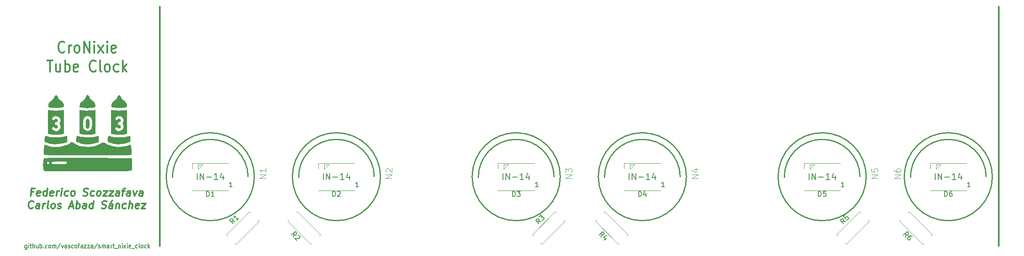
<source format=gbr>
%TF.GenerationSoftware,KiCad,Pcbnew,(5.1.7-0-10_14)*%
%TF.CreationDate,2020-10-11T18:19:48+02:00*%
%TF.ProjectId,nixie_board,6e697869-655f-4626-9f61-72642e6b6963,rev?*%
%TF.SameCoordinates,Original*%
%TF.FileFunction,Legend,Top*%
%TF.FilePolarity,Positive*%
%FSLAX46Y46*%
G04 Gerber Fmt 4.6, Leading zero omitted, Abs format (unit mm)*
G04 Created by KiCad (PCBNEW (5.1.7-0-10_14)) date 2020-10-11 18:19:48*
%MOMM*%
%LPD*%
G01*
G04 APERTURE LIST*
%ADD10C,0.300000*%
%ADD11C,0.175000*%
%ADD12C,0.375000*%
%ADD13C,0.120000*%
%ADD14C,0.010000*%
%ADD15C,0.254000*%
%ADD16C,0.150000*%
%ADD17C,0.101600*%
G04 APERTURE END LIST*
D10*
X238760000Y-22860000D02*
X238760000Y-71120000D01*
X69850000Y-22860000D02*
X69850000Y-71120000D01*
D11*
X43054523Y-70927142D02*
X43054523Y-71655714D01*
X43016428Y-71741428D01*
X42978333Y-71784285D01*
X42902142Y-71827142D01*
X42787857Y-71827142D01*
X42711666Y-71784285D01*
X43054523Y-71484285D02*
X42978333Y-71527142D01*
X42825952Y-71527142D01*
X42749761Y-71484285D01*
X42711666Y-71441428D01*
X42673571Y-71355714D01*
X42673571Y-71098571D01*
X42711666Y-71012857D01*
X42749761Y-70970000D01*
X42825952Y-70927142D01*
X42978333Y-70927142D01*
X43054523Y-70970000D01*
X43435476Y-71527142D02*
X43435476Y-70927142D01*
X43435476Y-70627142D02*
X43397380Y-70670000D01*
X43435476Y-70712857D01*
X43473571Y-70670000D01*
X43435476Y-70627142D01*
X43435476Y-70712857D01*
X43702142Y-70927142D02*
X44006904Y-70927142D01*
X43816428Y-70627142D02*
X43816428Y-71398571D01*
X43854523Y-71484285D01*
X43930714Y-71527142D01*
X44006904Y-71527142D01*
X44273571Y-71527142D02*
X44273571Y-70627142D01*
X44616428Y-71527142D02*
X44616428Y-71055714D01*
X44578333Y-70970000D01*
X44502142Y-70927142D01*
X44387857Y-70927142D01*
X44311666Y-70970000D01*
X44273571Y-71012857D01*
X45340238Y-70927142D02*
X45340238Y-71527142D01*
X44997380Y-70927142D02*
X44997380Y-71398571D01*
X45035476Y-71484285D01*
X45111666Y-71527142D01*
X45225952Y-71527142D01*
X45302142Y-71484285D01*
X45340238Y-71441428D01*
X45721190Y-71527142D02*
X45721190Y-70627142D01*
X45721190Y-70970000D02*
X45797380Y-70927142D01*
X45949761Y-70927142D01*
X46025952Y-70970000D01*
X46064047Y-71012857D01*
X46102142Y-71098571D01*
X46102142Y-71355714D01*
X46064047Y-71441428D01*
X46025952Y-71484285D01*
X45949761Y-71527142D01*
X45797380Y-71527142D01*
X45721190Y-71484285D01*
X46445000Y-71441428D02*
X46483095Y-71484285D01*
X46445000Y-71527142D01*
X46406904Y-71484285D01*
X46445000Y-71441428D01*
X46445000Y-71527142D01*
X47168809Y-71484285D02*
X47092619Y-71527142D01*
X46940238Y-71527142D01*
X46864047Y-71484285D01*
X46825952Y-71441428D01*
X46787857Y-71355714D01*
X46787857Y-71098571D01*
X46825952Y-71012857D01*
X46864047Y-70970000D01*
X46940238Y-70927142D01*
X47092619Y-70927142D01*
X47168809Y-70970000D01*
X47625952Y-71527142D02*
X47549761Y-71484285D01*
X47511666Y-71441428D01*
X47473571Y-71355714D01*
X47473571Y-71098571D01*
X47511666Y-71012857D01*
X47549761Y-70970000D01*
X47625952Y-70927142D01*
X47740238Y-70927142D01*
X47816428Y-70970000D01*
X47854523Y-71012857D01*
X47892619Y-71098571D01*
X47892619Y-71355714D01*
X47854523Y-71441428D01*
X47816428Y-71484285D01*
X47740238Y-71527142D01*
X47625952Y-71527142D01*
X48235476Y-71527142D02*
X48235476Y-70927142D01*
X48235476Y-71012857D02*
X48273571Y-70970000D01*
X48349761Y-70927142D01*
X48464047Y-70927142D01*
X48540238Y-70970000D01*
X48578333Y-71055714D01*
X48578333Y-71527142D01*
X48578333Y-71055714D02*
X48616428Y-70970000D01*
X48692619Y-70927142D01*
X48806904Y-70927142D01*
X48883095Y-70970000D01*
X48921190Y-71055714D01*
X48921190Y-71527142D01*
X49873571Y-70584285D02*
X49187857Y-71741428D01*
X50064047Y-70927142D02*
X50254523Y-71527142D01*
X50445000Y-70927142D01*
X51092619Y-71527142D02*
X51092619Y-71055714D01*
X51054523Y-70970000D01*
X50978333Y-70927142D01*
X50825952Y-70927142D01*
X50749761Y-70970000D01*
X51092619Y-71484285D02*
X51016428Y-71527142D01*
X50825952Y-71527142D01*
X50749761Y-71484285D01*
X50711666Y-71398571D01*
X50711666Y-71312857D01*
X50749761Y-71227142D01*
X50825952Y-71184285D01*
X51016428Y-71184285D01*
X51092619Y-71141428D01*
X51435476Y-71484285D02*
X51511666Y-71527142D01*
X51664047Y-71527142D01*
X51740238Y-71484285D01*
X51778333Y-71398571D01*
X51778333Y-71355714D01*
X51740238Y-71270000D01*
X51664047Y-71227142D01*
X51549761Y-71227142D01*
X51473571Y-71184285D01*
X51435476Y-71098571D01*
X51435476Y-71055714D01*
X51473571Y-70970000D01*
X51549761Y-70927142D01*
X51664047Y-70927142D01*
X51740238Y-70970000D01*
X52464047Y-71484285D02*
X52387857Y-71527142D01*
X52235476Y-71527142D01*
X52159285Y-71484285D01*
X52121190Y-71441428D01*
X52083095Y-71355714D01*
X52083095Y-71098571D01*
X52121190Y-71012857D01*
X52159285Y-70970000D01*
X52235476Y-70927142D01*
X52387857Y-70927142D01*
X52464047Y-70970000D01*
X52921190Y-71527142D02*
X52845000Y-71484285D01*
X52806904Y-71441428D01*
X52768809Y-71355714D01*
X52768809Y-71098571D01*
X52806904Y-71012857D01*
X52845000Y-70970000D01*
X52921190Y-70927142D01*
X53035476Y-70927142D01*
X53111666Y-70970000D01*
X53149761Y-71012857D01*
X53187857Y-71098571D01*
X53187857Y-71355714D01*
X53149761Y-71441428D01*
X53111666Y-71484285D01*
X53035476Y-71527142D01*
X52921190Y-71527142D01*
X53416428Y-70927142D02*
X53721190Y-70927142D01*
X53530714Y-71527142D02*
X53530714Y-70755714D01*
X53568809Y-70670000D01*
X53645000Y-70627142D01*
X53721190Y-70627142D01*
X54330714Y-71527142D02*
X54330714Y-71055714D01*
X54292619Y-70970000D01*
X54216428Y-70927142D01*
X54064047Y-70927142D01*
X53987857Y-70970000D01*
X54330714Y-71484285D02*
X54254523Y-71527142D01*
X54064047Y-71527142D01*
X53987857Y-71484285D01*
X53949761Y-71398571D01*
X53949761Y-71312857D01*
X53987857Y-71227142D01*
X54064047Y-71184285D01*
X54254523Y-71184285D01*
X54330714Y-71141428D01*
X54635476Y-70927142D02*
X55054523Y-70927142D01*
X54635476Y-71527142D01*
X55054523Y-71527142D01*
X55283095Y-70927142D02*
X55702142Y-70927142D01*
X55283095Y-71527142D01*
X55702142Y-71527142D01*
X56349761Y-71527142D02*
X56349761Y-71055714D01*
X56311666Y-70970000D01*
X56235476Y-70927142D01*
X56083095Y-70927142D01*
X56006904Y-70970000D01*
X56349761Y-71484285D02*
X56273571Y-71527142D01*
X56083095Y-71527142D01*
X56006904Y-71484285D01*
X55968809Y-71398571D01*
X55968809Y-71312857D01*
X56006904Y-71227142D01*
X56083095Y-71184285D01*
X56273571Y-71184285D01*
X56349761Y-71141428D01*
X57302142Y-70584285D02*
X56616428Y-71741428D01*
X57530714Y-71484285D02*
X57606904Y-71527142D01*
X57759285Y-71527142D01*
X57835476Y-71484285D01*
X57873571Y-71398571D01*
X57873571Y-71355714D01*
X57835476Y-71270000D01*
X57759285Y-71227142D01*
X57645000Y-71227142D01*
X57568809Y-71184285D01*
X57530714Y-71098571D01*
X57530714Y-71055714D01*
X57568809Y-70970000D01*
X57645000Y-70927142D01*
X57759285Y-70927142D01*
X57835476Y-70970000D01*
X58216428Y-71527142D02*
X58216428Y-70927142D01*
X58216428Y-71012857D02*
X58254523Y-70970000D01*
X58330714Y-70927142D01*
X58445000Y-70927142D01*
X58521190Y-70970000D01*
X58559285Y-71055714D01*
X58559285Y-71527142D01*
X58559285Y-71055714D02*
X58597380Y-70970000D01*
X58673571Y-70927142D01*
X58787857Y-70927142D01*
X58864047Y-70970000D01*
X58902142Y-71055714D01*
X58902142Y-71527142D01*
X59625952Y-71527142D02*
X59625952Y-71055714D01*
X59587857Y-70970000D01*
X59511666Y-70927142D01*
X59359285Y-70927142D01*
X59283095Y-70970000D01*
X59625952Y-71484285D02*
X59549761Y-71527142D01*
X59359285Y-71527142D01*
X59283095Y-71484285D01*
X59245000Y-71398571D01*
X59245000Y-71312857D01*
X59283095Y-71227142D01*
X59359285Y-71184285D01*
X59549761Y-71184285D01*
X59625952Y-71141428D01*
X60006904Y-71527142D02*
X60006904Y-70927142D01*
X60006904Y-71098571D02*
X60045000Y-71012857D01*
X60083095Y-70970000D01*
X60159285Y-70927142D01*
X60235476Y-70927142D01*
X60387857Y-70927142D02*
X60692619Y-70927142D01*
X60502142Y-70627142D02*
X60502142Y-71398571D01*
X60540238Y-71484285D01*
X60616428Y-71527142D01*
X60692619Y-71527142D01*
X60768809Y-71612857D02*
X61378333Y-71612857D01*
X61568809Y-70927142D02*
X61568809Y-71527142D01*
X61568809Y-71012857D02*
X61606904Y-70970000D01*
X61683095Y-70927142D01*
X61797380Y-70927142D01*
X61873571Y-70970000D01*
X61911666Y-71055714D01*
X61911666Y-71527142D01*
X62292619Y-71527142D02*
X62292619Y-70927142D01*
X62292619Y-70627142D02*
X62254523Y-70670000D01*
X62292619Y-70712857D01*
X62330714Y-70670000D01*
X62292619Y-70627142D01*
X62292619Y-70712857D01*
X62597380Y-71527142D02*
X63016428Y-70927142D01*
X62597380Y-70927142D02*
X63016428Y-71527142D01*
X63321190Y-71527142D02*
X63321190Y-70927142D01*
X63321190Y-70627142D02*
X63283095Y-70670000D01*
X63321190Y-70712857D01*
X63359285Y-70670000D01*
X63321190Y-70627142D01*
X63321190Y-70712857D01*
X64006904Y-71484285D02*
X63930714Y-71527142D01*
X63778333Y-71527142D01*
X63702142Y-71484285D01*
X63664047Y-71398571D01*
X63664047Y-71055714D01*
X63702142Y-70970000D01*
X63778333Y-70927142D01*
X63930714Y-70927142D01*
X64006904Y-70970000D01*
X64045000Y-71055714D01*
X64045000Y-71141428D01*
X63664047Y-71227142D01*
X64197380Y-71612857D02*
X64806904Y-71612857D01*
X65340238Y-71484285D02*
X65264047Y-71527142D01*
X65111666Y-71527142D01*
X65035476Y-71484285D01*
X64997380Y-71441428D01*
X64959285Y-71355714D01*
X64959285Y-71098571D01*
X64997380Y-71012857D01*
X65035476Y-70970000D01*
X65111666Y-70927142D01*
X65264047Y-70927142D01*
X65340238Y-70970000D01*
X65797380Y-71527142D02*
X65721190Y-71484285D01*
X65683095Y-71398571D01*
X65683095Y-70627142D01*
X66216428Y-71527142D02*
X66140238Y-71484285D01*
X66102142Y-71441428D01*
X66064047Y-71355714D01*
X66064047Y-71098571D01*
X66102142Y-71012857D01*
X66140238Y-70970000D01*
X66216428Y-70927142D01*
X66330714Y-70927142D01*
X66406904Y-70970000D01*
X66445000Y-71012857D01*
X66483095Y-71098571D01*
X66483095Y-71355714D01*
X66445000Y-71441428D01*
X66406904Y-71484285D01*
X66330714Y-71527142D01*
X66216428Y-71527142D01*
X67168809Y-71484285D02*
X67092619Y-71527142D01*
X66940238Y-71527142D01*
X66864047Y-71484285D01*
X66825952Y-71441428D01*
X66787857Y-71355714D01*
X66787857Y-71098571D01*
X66825952Y-71012857D01*
X66864047Y-70970000D01*
X66940238Y-70927142D01*
X67092619Y-70927142D01*
X67168809Y-70970000D01*
X67511666Y-71527142D02*
X67511666Y-70627142D01*
X67587857Y-71184285D02*
X67816428Y-71527142D01*
X67816428Y-70927142D02*
X67511666Y-71270000D01*
D10*
X44437142Y-60212857D02*
X43937142Y-60212857D01*
X43838928Y-60998571D02*
X44026428Y-59498571D01*
X44740714Y-59498571D01*
X45705000Y-60927142D02*
X45553214Y-60998571D01*
X45267500Y-60998571D01*
X45133571Y-60927142D01*
X45080000Y-60784285D01*
X45151428Y-60212857D01*
X45240714Y-60070000D01*
X45392500Y-59998571D01*
X45678214Y-59998571D01*
X45812142Y-60070000D01*
X45865714Y-60212857D01*
X45847857Y-60355714D01*
X45115714Y-60498571D01*
X47053214Y-60998571D02*
X47240714Y-59498571D01*
X47062142Y-60927142D02*
X46910357Y-60998571D01*
X46624642Y-60998571D01*
X46490714Y-60927142D01*
X46428214Y-60855714D01*
X46374642Y-60712857D01*
X46428214Y-60284285D01*
X46517500Y-60141428D01*
X46597857Y-60070000D01*
X46749642Y-59998571D01*
X47035357Y-59998571D01*
X47169285Y-60070000D01*
X48347857Y-60927142D02*
X48196071Y-60998571D01*
X47910357Y-60998571D01*
X47776428Y-60927142D01*
X47722857Y-60784285D01*
X47794285Y-60212857D01*
X47883571Y-60070000D01*
X48035357Y-59998571D01*
X48321071Y-59998571D01*
X48455000Y-60070000D01*
X48508571Y-60212857D01*
X48490714Y-60355714D01*
X47758571Y-60498571D01*
X49053214Y-60998571D02*
X49178214Y-59998571D01*
X49142500Y-60284285D02*
X49231785Y-60141428D01*
X49312142Y-60070000D01*
X49463928Y-59998571D01*
X49606785Y-59998571D01*
X49981785Y-60998571D02*
X50106785Y-59998571D01*
X50169285Y-59498571D02*
X50088928Y-59570000D01*
X50151428Y-59641428D01*
X50231785Y-59570000D01*
X50169285Y-59498571D01*
X50151428Y-59641428D01*
X51347857Y-60927142D02*
X51196071Y-60998571D01*
X50910357Y-60998571D01*
X50776428Y-60927142D01*
X50713928Y-60855714D01*
X50660357Y-60712857D01*
X50713928Y-60284285D01*
X50803214Y-60141428D01*
X50883571Y-60070000D01*
X51035357Y-59998571D01*
X51321071Y-59998571D01*
X51455000Y-60070000D01*
X52196071Y-60998571D02*
X52062142Y-60927142D01*
X51999642Y-60855714D01*
X51946071Y-60712857D01*
X51999642Y-60284285D01*
X52088928Y-60141428D01*
X52169285Y-60070000D01*
X52321071Y-59998571D01*
X52535357Y-59998571D01*
X52669285Y-60070000D01*
X52731785Y-60141428D01*
X52785357Y-60284285D01*
X52731785Y-60712857D01*
X52642500Y-60855714D01*
X52562142Y-60927142D01*
X52410357Y-60998571D01*
X52196071Y-60998571D01*
X54419285Y-60927142D02*
X54624642Y-60998571D01*
X54981785Y-60998571D01*
X55133571Y-60927142D01*
X55213928Y-60855714D01*
X55303214Y-60712857D01*
X55321071Y-60570000D01*
X55267500Y-60427142D01*
X55205000Y-60355714D01*
X55071071Y-60284285D01*
X54794285Y-60212857D01*
X54660357Y-60141428D01*
X54597857Y-60070000D01*
X54544285Y-59927142D01*
X54562142Y-59784285D01*
X54651428Y-59641428D01*
X54731785Y-59570000D01*
X54883571Y-59498571D01*
X55240714Y-59498571D01*
X55446071Y-59570000D01*
X56562142Y-60927142D02*
X56410357Y-60998571D01*
X56124642Y-60998571D01*
X55990714Y-60927142D01*
X55928214Y-60855714D01*
X55874642Y-60712857D01*
X55928214Y-60284285D01*
X56017500Y-60141428D01*
X56097857Y-60070000D01*
X56249642Y-59998571D01*
X56535357Y-59998571D01*
X56669285Y-60070000D01*
X57410357Y-60998571D02*
X57276428Y-60927142D01*
X57213928Y-60855714D01*
X57160357Y-60712857D01*
X57213928Y-60284285D01*
X57303214Y-60141428D01*
X57383571Y-60070000D01*
X57535357Y-59998571D01*
X57749642Y-59998571D01*
X57883571Y-60070000D01*
X57946071Y-60141428D01*
X57999642Y-60284285D01*
X57946071Y-60712857D01*
X57856785Y-60855714D01*
X57776428Y-60927142D01*
X57624642Y-60998571D01*
X57410357Y-60998571D01*
X58535357Y-59998571D02*
X59321071Y-59998571D01*
X58410357Y-60998571D01*
X59196071Y-60998571D01*
X59749642Y-59998571D02*
X60535357Y-59998571D01*
X59624642Y-60998571D01*
X60410357Y-60998571D01*
X61624642Y-60998571D02*
X61722857Y-60212857D01*
X61669285Y-60070000D01*
X61535357Y-59998571D01*
X61249642Y-59998571D01*
X61097857Y-60070000D01*
X61633571Y-60927142D02*
X61481785Y-60998571D01*
X61124642Y-60998571D01*
X60990714Y-60927142D01*
X60937142Y-60784285D01*
X60955000Y-60641428D01*
X61044285Y-60498571D01*
X61196071Y-60427142D01*
X61553214Y-60427142D01*
X61705000Y-60355714D01*
X62249642Y-59998571D02*
X62821071Y-59998571D01*
X62338928Y-60998571D02*
X62499642Y-59712857D01*
X62588928Y-59570000D01*
X62740714Y-59498571D01*
X62883571Y-59498571D01*
X63838928Y-60998571D02*
X63937142Y-60212857D01*
X63883571Y-60070000D01*
X63749642Y-59998571D01*
X63463928Y-59998571D01*
X63312142Y-60070000D01*
X63847857Y-60927142D02*
X63696071Y-60998571D01*
X63338928Y-60998571D01*
X63205000Y-60927142D01*
X63151428Y-60784285D01*
X63169285Y-60641428D01*
X63258571Y-60498571D01*
X63410357Y-60427142D01*
X63767500Y-60427142D01*
X63919285Y-60355714D01*
X64535357Y-59998571D02*
X64767500Y-60998571D01*
X65249642Y-59998571D01*
X66338928Y-60998571D02*
X66437142Y-60212857D01*
X66383571Y-60070000D01*
X66249642Y-59998571D01*
X65963928Y-59998571D01*
X65812142Y-60070000D01*
X66347857Y-60927142D02*
X66196071Y-60998571D01*
X65838928Y-60998571D01*
X65705000Y-60927142D01*
X65651428Y-60784285D01*
X65669285Y-60641428D01*
X65758571Y-60498571D01*
X65910357Y-60427142D01*
X66267500Y-60427142D01*
X66419285Y-60355714D01*
X44285357Y-63405714D02*
X44204999Y-63477142D01*
X43981785Y-63548571D01*
X43838928Y-63548571D01*
X43633571Y-63477142D01*
X43508571Y-63334285D01*
X43454999Y-63191428D01*
X43419285Y-62905714D01*
X43446071Y-62691428D01*
X43553214Y-62405714D01*
X43642499Y-62262857D01*
X43803214Y-62120000D01*
X44026428Y-62048571D01*
X44169285Y-62048571D01*
X44374642Y-62120000D01*
X44437142Y-62191428D01*
X45553214Y-63548571D02*
X45651428Y-62762857D01*
X45597857Y-62620000D01*
X45463928Y-62548571D01*
X45178214Y-62548571D01*
X45026428Y-62620000D01*
X45562142Y-63477142D02*
X45410357Y-63548571D01*
X45053214Y-63548571D01*
X44919285Y-63477142D01*
X44865714Y-63334285D01*
X44883571Y-63191428D01*
X44972857Y-63048571D01*
X45124642Y-62977142D01*
X45481785Y-62977142D01*
X45633571Y-62905714D01*
X46267499Y-63548571D02*
X46392499Y-62548571D01*
X46356785Y-62834285D02*
X46446071Y-62691428D01*
X46526428Y-62620000D01*
X46678214Y-62548571D01*
X46821071Y-62548571D01*
X47410357Y-63548571D02*
X47276428Y-63477142D01*
X47222857Y-63334285D01*
X47383571Y-62048571D01*
X48196071Y-63548571D02*
X48062142Y-63477142D01*
X47999642Y-63405714D01*
X47946071Y-63262857D01*
X47999642Y-62834285D01*
X48088928Y-62691428D01*
X48169285Y-62620000D01*
X48321071Y-62548571D01*
X48535357Y-62548571D01*
X48669285Y-62620000D01*
X48731785Y-62691428D01*
X48785357Y-62834285D01*
X48731785Y-63262857D01*
X48642499Y-63405714D01*
X48562142Y-63477142D01*
X48410357Y-63548571D01*
X48196071Y-63548571D01*
X49276428Y-63477142D02*
X49410357Y-63548571D01*
X49696071Y-63548571D01*
X49847857Y-63477142D01*
X49937142Y-63334285D01*
X49946071Y-63262857D01*
X49892499Y-63120000D01*
X49758571Y-63048571D01*
X49544285Y-63048571D01*
X49410357Y-62977142D01*
X49356785Y-62834285D01*
X49365714Y-62762857D01*
X49454999Y-62620000D01*
X49606785Y-62548571D01*
X49821071Y-62548571D01*
X49954999Y-62620000D01*
X51678214Y-63120000D02*
X52392500Y-63120000D01*
X51481785Y-63548571D02*
X52169285Y-62048571D01*
X52481785Y-63548571D01*
X52981785Y-63548571D02*
X53169285Y-62048571D01*
X53097857Y-62620000D02*
X53249642Y-62548571D01*
X53535357Y-62548571D01*
X53669285Y-62620000D01*
X53731785Y-62691428D01*
X53785357Y-62834285D01*
X53731785Y-63262857D01*
X53642500Y-63405714D01*
X53562142Y-63477142D01*
X53410357Y-63548571D01*
X53124642Y-63548571D01*
X52990714Y-63477142D01*
X54981785Y-63548571D02*
X55079999Y-62762857D01*
X55026428Y-62620000D01*
X54892499Y-62548571D01*
X54606785Y-62548571D01*
X54454999Y-62620000D01*
X54990714Y-63477142D02*
X54838928Y-63548571D01*
X54481785Y-63548571D01*
X54347857Y-63477142D01*
X54294285Y-63334285D01*
X54312142Y-63191428D01*
X54401428Y-63048571D01*
X54553214Y-62977142D01*
X54910357Y-62977142D01*
X55062142Y-62905714D01*
X56338928Y-63548571D02*
X56526428Y-62048571D01*
X56347857Y-63477142D02*
X56196071Y-63548571D01*
X55910357Y-63548571D01*
X55776428Y-63477142D01*
X55713928Y-63405714D01*
X55660357Y-63262857D01*
X55713928Y-62834285D01*
X55803214Y-62691428D01*
X55883571Y-62620000D01*
X56035357Y-62548571D01*
X56321071Y-62548571D01*
X56454999Y-62620000D01*
X58133571Y-63477142D02*
X58338928Y-63548571D01*
X58696071Y-63548571D01*
X58847857Y-63477142D01*
X58928214Y-63405714D01*
X59017499Y-63262857D01*
X59035357Y-63120000D01*
X58981785Y-62977142D01*
X58919285Y-62905714D01*
X58785357Y-62834285D01*
X58508571Y-62762857D01*
X58374642Y-62691428D01*
X58312142Y-62620000D01*
X58258571Y-62477142D01*
X58276428Y-62334285D01*
X58365714Y-62191428D01*
X58446071Y-62120000D01*
X58597857Y-62048571D01*
X58954999Y-62048571D01*
X59160357Y-62120000D01*
X60267499Y-63548571D02*
X60365714Y-62762857D01*
X60312142Y-62620000D01*
X60178214Y-62548571D01*
X59892499Y-62548571D01*
X59740714Y-62620000D01*
X60276428Y-63477142D02*
X60124642Y-63548571D01*
X59767499Y-63548571D01*
X59633571Y-63477142D01*
X59579999Y-63334285D01*
X59597857Y-63191428D01*
X59687142Y-63048571D01*
X59838928Y-62977142D01*
X60196071Y-62977142D01*
X60347857Y-62905714D01*
X60249642Y-61977142D02*
X60008571Y-62191428D01*
X61106785Y-62548571D02*
X60981785Y-63548571D01*
X61088928Y-62691428D02*
X61169285Y-62620000D01*
X61321071Y-62548571D01*
X61535357Y-62548571D01*
X61669285Y-62620000D01*
X61722857Y-62762857D01*
X61624642Y-63548571D01*
X62990714Y-63477142D02*
X62838928Y-63548571D01*
X62553214Y-63548571D01*
X62419285Y-63477142D01*
X62356785Y-63405714D01*
X62303214Y-63262857D01*
X62356785Y-62834285D01*
X62446071Y-62691428D01*
X62526428Y-62620000D01*
X62678214Y-62548571D01*
X62963928Y-62548571D01*
X63097857Y-62620000D01*
X63624642Y-63548571D02*
X63812142Y-62048571D01*
X64267500Y-63548571D02*
X64365714Y-62762857D01*
X64312142Y-62620000D01*
X64178214Y-62548571D01*
X63963928Y-62548571D01*
X63812142Y-62620000D01*
X63731785Y-62691428D01*
X65562142Y-63477142D02*
X65410357Y-63548571D01*
X65124642Y-63548571D01*
X64990714Y-63477142D01*
X64937142Y-63334285D01*
X65008571Y-62762857D01*
X65097857Y-62620000D01*
X65249642Y-62548571D01*
X65535357Y-62548571D01*
X65669285Y-62620000D01*
X65722857Y-62762857D01*
X65705000Y-62905714D01*
X64972857Y-63048571D01*
X66249642Y-62548571D02*
X67035357Y-62548571D01*
X66124642Y-63548571D01*
X66910357Y-63548571D01*
D12*
X50673571Y-31928928D02*
X50578333Y-32038452D01*
X50292619Y-32147976D01*
X50102142Y-32147976D01*
X49816428Y-32038452D01*
X49625952Y-31819404D01*
X49530714Y-31600357D01*
X49435476Y-31162261D01*
X49435476Y-30833690D01*
X49530714Y-30395595D01*
X49625952Y-30176547D01*
X49816428Y-29957500D01*
X50102142Y-29847976D01*
X50292619Y-29847976D01*
X50578333Y-29957500D01*
X50673571Y-30067023D01*
X51530714Y-32147976D02*
X51530714Y-30614642D01*
X51530714Y-31052738D02*
X51625952Y-30833690D01*
X51721190Y-30724166D01*
X51911666Y-30614642D01*
X52102142Y-30614642D01*
X53054523Y-32147976D02*
X52864047Y-32038452D01*
X52768809Y-31928928D01*
X52673571Y-31709880D01*
X52673571Y-31052738D01*
X52768809Y-30833690D01*
X52864047Y-30724166D01*
X53054523Y-30614642D01*
X53340238Y-30614642D01*
X53530714Y-30724166D01*
X53625952Y-30833690D01*
X53721190Y-31052738D01*
X53721190Y-31709880D01*
X53625952Y-31928928D01*
X53530714Y-32038452D01*
X53340238Y-32147976D01*
X53054523Y-32147976D01*
X54578333Y-32147976D02*
X54578333Y-29847976D01*
X55721190Y-32147976D01*
X55721190Y-29847976D01*
X56673571Y-32147976D02*
X56673571Y-30614642D01*
X56673571Y-29847976D02*
X56578333Y-29957500D01*
X56673571Y-30067023D01*
X56768809Y-29957500D01*
X56673571Y-29847976D01*
X56673571Y-30067023D01*
X57435476Y-32147976D02*
X58483095Y-30614642D01*
X57435476Y-30614642D02*
X58483095Y-32147976D01*
X59245000Y-32147976D02*
X59245000Y-30614642D01*
X59245000Y-29847976D02*
X59149761Y-29957500D01*
X59245000Y-30067023D01*
X59340238Y-29957500D01*
X59245000Y-29847976D01*
X59245000Y-30067023D01*
X60959285Y-32038452D02*
X60768809Y-32147976D01*
X60387857Y-32147976D01*
X60197380Y-32038452D01*
X60102142Y-31819404D01*
X60102142Y-30943214D01*
X60197380Y-30724166D01*
X60387857Y-30614642D01*
X60768809Y-30614642D01*
X60959285Y-30724166D01*
X61054523Y-30943214D01*
X61054523Y-31162261D01*
X60102142Y-31381309D01*
X47149761Y-33672976D02*
X48292619Y-33672976D01*
X47721190Y-35972976D02*
X47721190Y-33672976D01*
X49816428Y-34439642D02*
X49816428Y-35972976D01*
X48959285Y-34439642D02*
X48959285Y-35644404D01*
X49054523Y-35863452D01*
X49245000Y-35972976D01*
X49530714Y-35972976D01*
X49721190Y-35863452D01*
X49816428Y-35753928D01*
X50768809Y-35972976D02*
X50768809Y-33672976D01*
X50768809Y-34549166D02*
X50959285Y-34439642D01*
X51340238Y-34439642D01*
X51530714Y-34549166D01*
X51625952Y-34658690D01*
X51721190Y-34877738D01*
X51721190Y-35534880D01*
X51625952Y-35753928D01*
X51530714Y-35863452D01*
X51340238Y-35972976D01*
X50959285Y-35972976D01*
X50768809Y-35863452D01*
X53340238Y-35863452D02*
X53149761Y-35972976D01*
X52768809Y-35972976D01*
X52578333Y-35863452D01*
X52483095Y-35644404D01*
X52483095Y-34768214D01*
X52578333Y-34549166D01*
X52768809Y-34439642D01*
X53149761Y-34439642D01*
X53340238Y-34549166D01*
X53435476Y-34768214D01*
X53435476Y-34987261D01*
X52483095Y-35206309D01*
X56959285Y-35753928D02*
X56864047Y-35863452D01*
X56578333Y-35972976D01*
X56387857Y-35972976D01*
X56102142Y-35863452D01*
X55911666Y-35644404D01*
X55816428Y-35425357D01*
X55721190Y-34987261D01*
X55721190Y-34658690D01*
X55816428Y-34220595D01*
X55911666Y-34001547D01*
X56102142Y-33782500D01*
X56387857Y-33672976D01*
X56578333Y-33672976D01*
X56864047Y-33782500D01*
X56959285Y-33892023D01*
X58102142Y-35972976D02*
X57911666Y-35863452D01*
X57816428Y-35644404D01*
X57816428Y-33672976D01*
X59149761Y-35972976D02*
X58959285Y-35863452D01*
X58864047Y-35753928D01*
X58768809Y-35534880D01*
X58768809Y-34877738D01*
X58864047Y-34658690D01*
X58959285Y-34549166D01*
X59149761Y-34439642D01*
X59435476Y-34439642D01*
X59625952Y-34549166D01*
X59721190Y-34658690D01*
X59816428Y-34877738D01*
X59816428Y-35534880D01*
X59721190Y-35753928D01*
X59625952Y-35863452D01*
X59435476Y-35972976D01*
X59149761Y-35972976D01*
X61530714Y-35863452D02*
X61340238Y-35972976D01*
X60959285Y-35972976D01*
X60768809Y-35863452D01*
X60673571Y-35753928D01*
X60578333Y-35534880D01*
X60578333Y-34877738D01*
X60673571Y-34658690D01*
X60768809Y-34549166D01*
X60959285Y-34439642D01*
X61340238Y-34439642D01*
X61530714Y-34549166D01*
X62387857Y-35972976D02*
X62387857Y-33672976D01*
X62578333Y-35096785D02*
X63149761Y-35972976D01*
X63149761Y-34439642D02*
X62387857Y-35315833D01*
D13*
%TO.C,D6*%
X224950000Y-54400000D02*
X224950000Y-55550000D01*
X232250000Y-54400000D02*
X224950000Y-54400000D01*
X232250000Y-59900000D02*
X224950000Y-59900000D01*
X227076000Y-54660800D02*
X226110800Y-54660800D01*
X226110800Y-54660800D02*
X226110800Y-55600600D01*
X226110800Y-55600600D02*
X227076000Y-54660800D01*
%TO.C,D5*%
X199550000Y-54400000D02*
X199550000Y-55550000D01*
X206850000Y-54400000D02*
X199550000Y-54400000D01*
X206850000Y-59900000D02*
X199550000Y-59900000D01*
X201676000Y-54660800D02*
X200710800Y-54660800D01*
X200710800Y-54660800D02*
X200710800Y-55600600D01*
X200710800Y-55600600D02*
X201676000Y-54660800D01*
%TO.C,D4*%
X163355000Y-54400000D02*
X163355000Y-55550000D01*
X170655000Y-54400000D02*
X163355000Y-54400000D01*
X170655000Y-59900000D02*
X163355000Y-59900000D01*
X165481000Y-54660800D02*
X164515800Y-54660800D01*
X164515800Y-54660800D02*
X164515800Y-55600600D01*
X164515800Y-55600600D02*
X165481000Y-54660800D01*
%TO.C,D3*%
X137955000Y-54400000D02*
X137955000Y-55550000D01*
X145255000Y-54400000D02*
X137955000Y-54400000D01*
X145255000Y-59900000D02*
X137955000Y-59900000D01*
X140081000Y-54660800D02*
X139115800Y-54660800D01*
X139115800Y-54660800D02*
X139115800Y-55600600D01*
X139115800Y-55600600D02*
X140081000Y-54660800D01*
%TO.C,D2*%
X101760000Y-54400000D02*
X101760000Y-55550000D01*
X109060000Y-54400000D02*
X101760000Y-54400000D01*
X109060000Y-59900000D02*
X101760000Y-59900000D01*
X103886000Y-54660800D02*
X102920800Y-54660800D01*
X102920800Y-54660800D02*
X102920800Y-55600600D01*
X102920800Y-55600600D02*
X103886000Y-54660800D01*
%TO.C,D1*%
X76360000Y-54400000D02*
X76360000Y-55550000D01*
X83660000Y-54400000D02*
X76360000Y-54400000D01*
X83660000Y-59900000D02*
X76360000Y-59900000D01*
X78486000Y-54660800D02*
X77520800Y-54660800D01*
X77520800Y-54660800D02*
X77520800Y-55600600D01*
X77520800Y-55600600D02*
X78486000Y-54660800D01*
D14*
%TO.C,S14*%
G36*
X51265499Y-53350811D02*
G01*
X52305017Y-53352611D01*
X53490542Y-53355269D01*
X54831926Y-53358619D01*
X55366135Y-53359992D01*
X56563897Y-53363749D01*
X57714017Y-53368665D01*
X58805174Y-53374620D01*
X59826043Y-53381493D01*
X60765302Y-53389164D01*
X61611626Y-53397514D01*
X62353693Y-53406423D01*
X62980179Y-53415770D01*
X63479762Y-53425435D01*
X63841117Y-53435298D01*
X64052922Y-53445240D01*
X64106793Y-53452647D01*
X64136014Y-53560076D01*
X64164141Y-53801602D01*
X64188062Y-54142003D01*
X64204668Y-54546053D01*
X64205261Y-54567719D01*
X64214925Y-55009181D01*
X64213425Y-55314311D01*
X64196776Y-55515960D01*
X64160990Y-55646976D01*
X64102081Y-55740209D01*
X64057095Y-55788572D01*
X64026943Y-55817086D01*
X63990318Y-55842343D01*
X63937340Y-55864540D01*
X63858127Y-55883875D01*
X63742800Y-55900546D01*
X63581477Y-55914749D01*
X63364279Y-55926683D01*
X63081325Y-55936545D01*
X62722735Y-55944533D01*
X62278627Y-55950843D01*
X61739122Y-55955675D01*
X61094339Y-55959225D01*
X60334398Y-55961691D01*
X59449418Y-55963270D01*
X58429518Y-55964160D01*
X57264819Y-55964558D01*
X55945439Y-55964663D01*
X55249801Y-55964667D01*
X46618602Y-55964667D01*
X46486801Y-55776495D01*
X46424096Y-55640484D01*
X46383541Y-55426366D01*
X46361666Y-55104052D01*
X46355002Y-54643450D01*
X46355000Y-54633495D01*
X46356853Y-54388972D01*
X47061637Y-54388972D01*
X47073233Y-54436148D01*
X47185331Y-54580525D01*
X47351318Y-54610140D01*
X47511179Y-54535534D01*
X47604901Y-54367246D01*
X47608756Y-54342101D01*
X47607765Y-54332128D01*
X47986984Y-54332128D01*
X47993565Y-54437385D01*
X48082738Y-54512657D01*
X48272057Y-54562748D01*
X48579079Y-54592463D01*
X49021360Y-54606608D01*
X49572334Y-54610000D01*
X50119997Y-54607143D01*
X50521023Y-54597363D01*
X50798031Y-54578852D01*
X50973639Y-54549800D01*
X51070467Y-54508396D01*
X51091842Y-54488412D01*
X51149237Y-54337199D01*
X51099230Y-54192079D01*
X51056323Y-54128159D01*
X50989701Y-54082058D01*
X50874030Y-54050877D01*
X50683975Y-54031716D01*
X50394203Y-54021676D01*
X49979379Y-54017858D01*
X49572334Y-54017334D01*
X49047451Y-54018394D01*
X48666564Y-54023508D01*
X48404338Y-54035575D01*
X48235438Y-54057495D01*
X48134530Y-54092167D01*
X48076280Y-54142490D01*
X48045437Y-54192079D01*
X47986984Y-54332128D01*
X47607765Y-54332128D01*
X47590118Y-54154581D01*
X47456270Y-54059885D01*
X47451148Y-54058233D01*
X47239192Y-54061576D01*
X47094073Y-54187104D01*
X47061637Y-54388972D01*
X46356853Y-54388972D01*
X46358218Y-54208865D01*
X46371369Y-53918893D01*
X46399697Y-53728969D01*
X46448445Y-53604481D01*
X46522858Y-53510821D01*
X46525508Y-53508159D01*
X46555448Y-53480610D01*
X46593460Y-53456232D01*
X46649396Y-53434857D01*
X46733109Y-53416323D01*
X46854451Y-53400462D01*
X47023275Y-53387110D01*
X47249433Y-53376103D01*
X47542777Y-53367274D01*
X47913161Y-53360459D01*
X48370436Y-53355493D01*
X48924454Y-53352210D01*
X49585069Y-53350446D01*
X50362133Y-53350034D01*
X51265499Y-53350811D01*
G37*
X51265499Y-53350811D02*
X52305017Y-53352611D01*
X53490542Y-53355269D01*
X54831926Y-53358619D01*
X55366135Y-53359992D01*
X56563897Y-53363749D01*
X57714017Y-53368665D01*
X58805174Y-53374620D01*
X59826043Y-53381493D01*
X60765302Y-53389164D01*
X61611626Y-53397514D01*
X62353693Y-53406423D01*
X62980179Y-53415770D01*
X63479762Y-53425435D01*
X63841117Y-53435298D01*
X64052922Y-53445240D01*
X64106793Y-53452647D01*
X64136014Y-53560076D01*
X64164141Y-53801602D01*
X64188062Y-54142003D01*
X64204668Y-54546053D01*
X64205261Y-54567719D01*
X64214925Y-55009181D01*
X64213425Y-55314311D01*
X64196776Y-55515960D01*
X64160990Y-55646976D01*
X64102081Y-55740209D01*
X64057095Y-55788572D01*
X64026943Y-55817086D01*
X63990318Y-55842343D01*
X63937340Y-55864540D01*
X63858127Y-55883875D01*
X63742800Y-55900546D01*
X63581477Y-55914749D01*
X63364279Y-55926683D01*
X63081325Y-55936545D01*
X62722735Y-55944533D01*
X62278627Y-55950843D01*
X61739122Y-55955675D01*
X61094339Y-55959225D01*
X60334398Y-55961691D01*
X59449418Y-55963270D01*
X58429518Y-55964160D01*
X57264819Y-55964558D01*
X55945439Y-55964663D01*
X55249801Y-55964667D01*
X46618602Y-55964667D01*
X46486801Y-55776495D01*
X46424096Y-55640484D01*
X46383541Y-55426366D01*
X46361666Y-55104052D01*
X46355002Y-54643450D01*
X46355000Y-54633495D01*
X46356853Y-54388972D01*
X47061637Y-54388972D01*
X47073233Y-54436148D01*
X47185331Y-54580525D01*
X47351318Y-54610140D01*
X47511179Y-54535534D01*
X47604901Y-54367246D01*
X47608756Y-54342101D01*
X47607765Y-54332128D01*
X47986984Y-54332128D01*
X47993565Y-54437385D01*
X48082738Y-54512657D01*
X48272057Y-54562748D01*
X48579079Y-54592463D01*
X49021360Y-54606608D01*
X49572334Y-54610000D01*
X50119997Y-54607143D01*
X50521023Y-54597363D01*
X50798031Y-54578852D01*
X50973639Y-54549800D01*
X51070467Y-54508396D01*
X51091842Y-54488412D01*
X51149237Y-54337199D01*
X51099230Y-54192079D01*
X51056323Y-54128159D01*
X50989701Y-54082058D01*
X50874030Y-54050877D01*
X50683975Y-54031716D01*
X50394203Y-54021676D01*
X49979379Y-54017858D01*
X49572334Y-54017334D01*
X49047451Y-54018394D01*
X48666564Y-54023508D01*
X48404338Y-54035575D01*
X48235438Y-54057495D01*
X48134530Y-54092167D01*
X48076280Y-54142490D01*
X48045437Y-54192079D01*
X47986984Y-54332128D01*
X47607765Y-54332128D01*
X47590118Y-54154581D01*
X47456270Y-54059885D01*
X47451148Y-54058233D01*
X47239192Y-54061576D01*
X47094073Y-54187104D01*
X47061637Y-54388972D01*
X46356853Y-54388972D01*
X46358218Y-54208865D01*
X46371369Y-53918893D01*
X46399697Y-53728969D01*
X46448445Y-53604481D01*
X46522858Y-53510821D01*
X46525508Y-53508159D01*
X46555448Y-53480610D01*
X46593460Y-53456232D01*
X46649396Y-53434857D01*
X46733109Y-53416323D01*
X46854451Y-53400462D01*
X47023275Y-53387110D01*
X47249433Y-53376103D01*
X47542777Y-53367274D01*
X47913161Y-53360459D01*
X48370436Y-53355493D01*
X48924454Y-53352210D01*
X49585069Y-53350446D01*
X50362133Y-53350034D01*
X51265499Y-53350811D01*
G36*
X52437536Y-50321760D02*
G01*
X52461800Y-50348023D01*
X52631223Y-50479712D01*
X52923500Y-50634126D01*
X53297307Y-50792525D01*
X53711320Y-50936170D01*
X53848000Y-50976654D01*
X54168786Y-51036413D01*
X54623152Y-51076792D01*
X55176160Y-51094981D01*
X55329667Y-51095730D01*
X55802983Y-51091236D01*
X56158936Y-51073650D01*
X56449388Y-51035875D01*
X56726202Y-50970817D01*
X57041241Y-50871380D01*
X57089425Y-50854970D01*
X57443336Y-50719863D01*
X57762889Y-50573430D01*
X57992130Y-50441995D01*
X58032980Y-50411073D01*
X58322521Y-50243608D01*
X58597052Y-50226296D01*
X58828502Y-50360544D01*
X58838011Y-50370786D01*
X59036968Y-50518102D01*
X59359495Y-50677649D01*
X59762318Y-50832732D01*
X60202164Y-50966653D01*
X60627745Y-51061330D01*
X61184902Y-51118857D01*
X61815920Y-51120604D01*
X62455669Y-51070759D01*
X63039019Y-50973509D01*
X63360933Y-50885581D01*
X63636678Y-50799062D01*
X63841549Y-50745733D01*
X63931011Y-50737123D01*
X63961454Y-50840730D01*
X63997303Y-51069602D01*
X64034462Y-51379940D01*
X64068833Y-51727942D01*
X64096320Y-52069808D01*
X64112825Y-52361737D01*
X64114252Y-52559927D01*
X64106616Y-52614512D01*
X64086104Y-52636085D01*
X64035767Y-52655210D01*
X63946110Y-52672031D01*
X63807634Y-52686691D01*
X63610843Y-52699332D01*
X63346241Y-52710096D01*
X63004330Y-52719128D01*
X62575613Y-52726568D01*
X62050594Y-52732561D01*
X61419776Y-52737248D01*
X60673661Y-52740773D01*
X59802753Y-52743278D01*
X58797555Y-52744905D01*
X57648570Y-52745798D01*
X56346302Y-52746100D01*
X55353491Y-52746037D01*
X54062705Y-52745112D01*
X52841122Y-52742788D01*
X51698379Y-52739150D01*
X50644109Y-52734283D01*
X49687948Y-52728270D01*
X48839531Y-52721198D01*
X48108492Y-52713151D01*
X47504467Y-52704213D01*
X47037090Y-52694470D01*
X46715997Y-52684006D01*
X46550823Y-52672906D01*
X46530706Y-52668397D01*
X46478893Y-52610754D01*
X46453103Y-52499690D01*
X46452674Y-52304506D01*
X46476944Y-51994499D01*
X46509445Y-51682009D01*
X46552684Y-51309093D01*
X46592843Y-51003801D01*
X46624888Y-50802095D01*
X46641357Y-50739421D01*
X46731607Y-50747991D01*
X46936927Y-50801741D01*
X47212874Y-50889035D01*
X47212951Y-50889061D01*
X47707083Y-51012142D01*
X48301819Y-51093097D01*
X48932731Y-51127729D01*
X49535394Y-51111843D01*
X49922670Y-51065553D01*
X50342430Y-50970129D01*
X50782871Y-50833148D01*
X51196121Y-50672991D01*
X51534310Y-50508039D01*
X51736790Y-50368972D01*
X51972633Y-50236893D01*
X52227715Y-50220535D01*
X52437536Y-50321760D01*
G37*
X52437536Y-50321760D02*
X52461800Y-50348023D01*
X52631223Y-50479712D01*
X52923500Y-50634126D01*
X53297307Y-50792525D01*
X53711320Y-50936170D01*
X53848000Y-50976654D01*
X54168786Y-51036413D01*
X54623152Y-51076792D01*
X55176160Y-51094981D01*
X55329667Y-51095730D01*
X55802983Y-51091236D01*
X56158936Y-51073650D01*
X56449388Y-51035875D01*
X56726202Y-50970817D01*
X57041241Y-50871380D01*
X57089425Y-50854970D01*
X57443336Y-50719863D01*
X57762889Y-50573430D01*
X57992130Y-50441995D01*
X58032980Y-50411073D01*
X58322521Y-50243608D01*
X58597052Y-50226296D01*
X58828502Y-50360544D01*
X58838011Y-50370786D01*
X59036968Y-50518102D01*
X59359495Y-50677649D01*
X59762318Y-50832732D01*
X60202164Y-50966653D01*
X60627745Y-51061330D01*
X61184902Y-51118857D01*
X61815920Y-51120604D01*
X62455669Y-51070759D01*
X63039019Y-50973509D01*
X63360933Y-50885581D01*
X63636678Y-50799062D01*
X63841549Y-50745733D01*
X63931011Y-50737123D01*
X63961454Y-50840730D01*
X63997303Y-51069602D01*
X64034462Y-51379940D01*
X64068833Y-51727942D01*
X64096320Y-52069808D01*
X64112825Y-52361737D01*
X64114252Y-52559927D01*
X64106616Y-52614512D01*
X64086104Y-52636085D01*
X64035767Y-52655210D01*
X63946110Y-52672031D01*
X63807634Y-52686691D01*
X63610843Y-52699332D01*
X63346241Y-52710096D01*
X63004330Y-52719128D01*
X62575613Y-52726568D01*
X62050594Y-52732561D01*
X61419776Y-52737248D01*
X60673661Y-52740773D01*
X59802753Y-52743278D01*
X58797555Y-52744905D01*
X57648570Y-52745798D01*
X56346302Y-52746100D01*
X55353491Y-52746037D01*
X54062705Y-52745112D01*
X52841122Y-52742788D01*
X51698379Y-52739150D01*
X50644109Y-52734283D01*
X49687948Y-52728270D01*
X48839531Y-52721198D01*
X48108492Y-52713151D01*
X47504467Y-52704213D01*
X47037090Y-52694470D01*
X46715997Y-52684006D01*
X46550823Y-52672906D01*
X46530706Y-52668397D01*
X46478893Y-52610754D01*
X46453103Y-52499690D01*
X46452674Y-52304506D01*
X46476944Y-51994499D01*
X46509445Y-51682009D01*
X46552684Y-51309093D01*
X46592843Y-51003801D01*
X46624888Y-50802095D01*
X46641357Y-50739421D01*
X46731607Y-50747991D01*
X46936927Y-50801741D01*
X47212874Y-50889035D01*
X47212951Y-50889061D01*
X47707083Y-51012142D01*
X48301819Y-51093097D01*
X48932731Y-51127729D01*
X49535394Y-51111843D01*
X49922670Y-51065553D01*
X50342430Y-50970129D01*
X50782871Y-50833148D01*
X51196121Y-50672991D01*
X51534310Y-50508039D01*
X51736790Y-50368972D01*
X51972633Y-50236893D01*
X52227715Y-50220535D01*
X52437536Y-50321760D01*
G36*
X51098552Y-48967167D02*
G01*
X51161010Y-49080844D01*
X51171760Y-49293456D01*
X51163702Y-49505613D01*
X51138667Y-50073892D01*
X50561816Y-50271481D01*
X50013115Y-50410647D01*
X49380131Y-50493890D01*
X48729819Y-50517430D01*
X48129133Y-50477487D01*
X47836667Y-50425346D01*
X47498883Y-50335841D01*
X47174778Y-50233125D01*
X47011167Y-50171097D01*
X46693667Y-50035728D01*
X46693667Y-49486531D01*
X46696666Y-49202595D01*
X46726252Y-49031162D01*
X46813312Y-48956020D01*
X46988731Y-48960959D01*
X47283393Y-49029768D01*
X47469995Y-49079068D01*
X47953821Y-49166770D01*
X48538270Y-49211787D01*
X49160111Y-49214163D01*
X49756113Y-49173942D01*
X50263046Y-49091170D01*
X50320005Y-49077053D01*
X50706143Y-48979541D01*
X50956294Y-48938156D01*
X51098552Y-48967167D01*
G37*
X51098552Y-48967167D02*
X51161010Y-49080844D01*
X51171760Y-49293456D01*
X51163702Y-49505613D01*
X51138667Y-50073892D01*
X50561816Y-50271481D01*
X50013115Y-50410647D01*
X49380131Y-50493890D01*
X48729819Y-50517430D01*
X48129133Y-50477487D01*
X47836667Y-50425346D01*
X47498883Y-50335841D01*
X47174778Y-50233125D01*
X47011167Y-50171097D01*
X46693667Y-50035728D01*
X46693667Y-49486531D01*
X46696666Y-49202595D01*
X46726252Y-49031162D01*
X46813312Y-48956020D01*
X46988731Y-48960959D01*
X47283393Y-49029768D01*
X47469995Y-49079068D01*
X47953821Y-49166770D01*
X48538270Y-49211787D01*
X49160111Y-49214163D01*
X49756113Y-49173942D01*
X50263046Y-49091170D01*
X50320005Y-49077053D01*
X50706143Y-48979541D01*
X50956294Y-48938156D01*
X51098552Y-48967167D01*
G36*
X57461748Y-48976175D02*
G01*
X57516804Y-49085666D01*
X57522952Y-49292299D01*
X57513702Y-49505613D01*
X57488667Y-50073892D01*
X56900394Y-50275399D01*
X56269027Y-50431980D01*
X55559976Y-50510103D01*
X54847652Y-50505739D01*
X54229000Y-50420023D01*
X53883808Y-50331246D01*
X53554775Y-50228490D01*
X53361167Y-50154215D01*
X53043667Y-50012283D01*
X53043667Y-49474808D01*
X53045816Y-49204084D01*
X53072498Y-49037292D01*
X53154066Y-48959565D01*
X53320874Y-48956037D01*
X53603274Y-49011840D01*
X53863913Y-49073054D01*
X54242342Y-49138665D01*
X54712189Y-49186145D01*
X55195875Y-49208099D01*
X55287334Y-49208775D01*
X55764489Y-49192807D01*
X56243300Y-49149835D01*
X56646190Y-49087254D01*
X56710754Y-49073054D01*
X57087959Y-48985619D01*
X57328545Y-48948076D01*
X57461748Y-48976175D01*
G37*
X57461748Y-48976175D02*
X57516804Y-49085666D01*
X57522952Y-49292299D01*
X57513702Y-49505613D01*
X57488667Y-50073892D01*
X56900394Y-50275399D01*
X56269027Y-50431980D01*
X55559976Y-50510103D01*
X54847652Y-50505739D01*
X54229000Y-50420023D01*
X53883808Y-50331246D01*
X53554775Y-50228490D01*
X53361167Y-50154215D01*
X53043667Y-50012283D01*
X53043667Y-49474808D01*
X53045816Y-49204084D01*
X53072498Y-49037292D01*
X53154066Y-48959565D01*
X53320874Y-48956037D01*
X53603274Y-49011840D01*
X53863913Y-49073054D01*
X54242342Y-49138665D01*
X54712189Y-49186145D01*
X55195875Y-49208099D01*
X55287334Y-49208775D01*
X55764489Y-49192807D01*
X56243300Y-49149835D01*
X56646190Y-49087254D01*
X56710754Y-49073054D01*
X57087959Y-48985619D01*
X57328545Y-48948076D01*
X57461748Y-48976175D01*
G36*
X63807173Y-48977485D02*
G01*
X63866161Y-49084531D01*
X63880840Y-49285775D01*
X63881000Y-49474808D01*
X63881000Y-50012283D01*
X63563500Y-50153677D01*
X62905444Y-50373054D01*
X62164389Y-50496197D01*
X61400277Y-50517660D01*
X60673049Y-50431996D01*
X60621334Y-50421028D01*
X60271764Y-50332728D01*
X59925794Y-50227133D01*
X59753500Y-50164566D01*
X59393667Y-50019614D01*
X59393667Y-49478474D01*
X59395732Y-49206247D01*
X59422181Y-49038421D01*
X59503395Y-48959924D01*
X59669755Y-48955687D01*
X59951642Y-49010639D01*
X60213913Y-49071588D01*
X60752729Y-49158108D01*
X61384521Y-49198966D01*
X62041514Y-49194135D01*
X62655931Y-49143588D01*
X63060754Y-49072706D01*
X63434828Y-48986455D01*
X63673515Y-48949754D01*
X63807173Y-48977485D01*
G37*
X63807173Y-48977485D02*
X63866161Y-49084531D01*
X63880840Y-49285775D01*
X63881000Y-49474808D01*
X63881000Y-50012283D01*
X63563500Y-50153677D01*
X62905444Y-50373054D01*
X62164389Y-50496197D01*
X61400277Y-50517660D01*
X60673049Y-50431996D01*
X60621334Y-50421028D01*
X60271764Y-50332728D01*
X59925794Y-50227133D01*
X59753500Y-50164566D01*
X59393667Y-50019614D01*
X59393667Y-49478474D01*
X59395732Y-49206247D01*
X59422181Y-49038421D01*
X59503395Y-48959924D01*
X59669755Y-48955687D01*
X59951642Y-49010639D01*
X60213913Y-49071588D01*
X60752729Y-49158108D01*
X61384521Y-49198966D01*
X62041514Y-49194135D01*
X62655931Y-49143588D01*
X63060754Y-49072706D01*
X63434828Y-48986455D01*
X63673515Y-48949754D01*
X63807173Y-48977485D01*
G36*
X50503667Y-48415302D02*
G01*
X50076166Y-48506984D01*
X49721431Y-48555944D01*
X49261858Y-48582057D01*
X48758871Y-48585508D01*
X48273892Y-48566481D01*
X47868345Y-48525160D01*
X47730834Y-48499950D01*
X47371000Y-48419368D01*
X47371000Y-47333883D01*
X48083452Y-47333883D01*
X48119283Y-47472369D01*
X48372886Y-47777968D01*
X48733734Y-47954942D01*
X48979667Y-47995862D01*
X49131143Y-47960303D01*
X49342757Y-47860413D01*
X49386928Y-47834496D01*
X49615316Y-47632396D01*
X49788359Y-47372821D01*
X49796265Y-47354705D01*
X49873553Y-47130288D01*
X49872751Y-46948754D01*
X49797981Y-46721559D01*
X49722359Y-46488807D01*
X49723099Y-46303327D01*
X49800658Y-46066295D01*
X49801006Y-46065410D01*
X49877471Y-45837935D01*
X49878362Y-45668607D01*
X49799719Y-45464577D01*
X49773028Y-45409243D01*
X49521456Y-45079724D01*
X49291906Y-44927347D01*
X49063008Y-44831530D01*
X48886409Y-44818918D01*
X48670589Y-44883328D01*
X48666000Y-44885072D01*
X48394417Y-45031378D01*
X48195161Y-45219283D01*
X48095192Y-45413392D01*
X48121468Y-45578310D01*
X48129755Y-45589090D01*
X48320678Y-45707778D01*
X48531720Y-45679861D01*
X48644553Y-45588720D01*
X48808612Y-45496307D01*
X48972420Y-45482886D01*
X49146267Y-45547962D01*
X49215597Y-45720275D01*
X49217801Y-45737816D01*
X49209504Y-45902267D01*
X49109036Y-46012261D01*
X48942634Y-46093329D01*
X48714863Y-46247080D01*
X48639025Y-46428465D01*
X48710618Y-46600292D01*
X48925143Y-46725369D01*
X49022000Y-46749215D01*
X49151102Y-46826621D01*
X49191230Y-47018316D01*
X49191334Y-47033493D01*
X49164410Y-47219725D01*
X49053982Y-47297734D01*
X48972420Y-47311781D01*
X48763220Y-47283708D01*
X48644553Y-47205947D01*
X48474856Y-47093116D01*
X48292541Y-47093176D01*
X48145957Y-47181606D01*
X48083452Y-47333883D01*
X47371000Y-47333883D01*
X47371000Y-43695978D01*
X47815500Y-43755489D01*
X48329966Y-43799486D01*
X48928822Y-43812459D01*
X49530023Y-43794584D01*
X50016834Y-43750761D01*
X50503667Y-43686521D01*
X50503667Y-48415302D01*
G37*
X50503667Y-48415302D02*
X50076166Y-48506984D01*
X49721431Y-48555944D01*
X49261858Y-48582057D01*
X48758871Y-48585508D01*
X48273892Y-48566481D01*
X47868345Y-48525160D01*
X47730834Y-48499950D01*
X47371000Y-48419368D01*
X47371000Y-47333883D01*
X48083452Y-47333883D01*
X48119283Y-47472369D01*
X48372886Y-47777968D01*
X48733734Y-47954942D01*
X48979667Y-47995862D01*
X49131143Y-47960303D01*
X49342757Y-47860413D01*
X49386928Y-47834496D01*
X49615316Y-47632396D01*
X49788359Y-47372821D01*
X49796265Y-47354705D01*
X49873553Y-47130288D01*
X49872751Y-46948754D01*
X49797981Y-46721559D01*
X49722359Y-46488807D01*
X49723099Y-46303327D01*
X49800658Y-46066295D01*
X49801006Y-46065410D01*
X49877471Y-45837935D01*
X49878362Y-45668607D01*
X49799719Y-45464577D01*
X49773028Y-45409243D01*
X49521456Y-45079724D01*
X49291906Y-44927347D01*
X49063008Y-44831530D01*
X48886409Y-44818918D01*
X48670589Y-44883328D01*
X48666000Y-44885072D01*
X48394417Y-45031378D01*
X48195161Y-45219283D01*
X48095192Y-45413392D01*
X48121468Y-45578310D01*
X48129755Y-45589090D01*
X48320678Y-45707778D01*
X48531720Y-45679861D01*
X48644553Y-45588720D01*
X48808612Y-45496307D01*
X48972420Y-45482886D01*
X49146267Y-45547962D01*
X49215597Y-45720275D01*
X49217801Y-45737816D01*
X49209504Y-45902267D01*
X49109036Y-46012261D01*
X48942634Y-46093329D01*
X48714863Y-46247080D01*
X48639025Y-46428465D01*
X48710618Y-46600292D01*
X48925143Y-46725369D01*
X49022000Y-46749215D01*
X49151102Y-46826621D01*
X49191230Y-47018316D01*
X49191334Y-47033493D01*
X49164410Y-47219725D01*
X49053982Y-47297734D01*
X48972420Y-47311781D01*
X48763220Y-47283708D01*
X48644553Y-47205947D01*
X48474856Y-47093116D01*
X48292541Y-47093176D01*
X48145957Y-47181606D01*
X48083452Y-47333883D01*
X47371000Y-47333883D01*
X47371000Y-43695978D01*
X47815500Y-43755489D01*
X48329966Y-43799486D01*
X48928822Y-43812459D01*
X49530023Y-43794584D01*
X50016834Y-43750761D01*
X50503667Y-43686521D01*
X50503667Y-48415302D01*
G36*
X56853667Y-48415302D02*
G01*
X56426166Y-48506984D01*
X56071431Y-48555944D01*
X55611858Y-48582057D01*
X55108871Y-48585508D01*
X54623892Y-48566481D01*
X54218345Y-48525160D01*
X54080834Y-48499950D01*
X53721000Y-48419368D01*
X53721000Y-46388688D01*
X54313983Y-46388688D01*
X54320875Y-46801614D01*
X54345781Y-47089803D01*
X54395623Y-47297487D01*
X54477321Y-47468899D01*
X54484984Y-47481622D01*
X54754095Y-47781911D01*
X55088526Y-47935572D01*
X55458150Y-47935843D01*
X55823572Y-47782014D01*
X56035458Y-47566976D01*
X56175199Y-47234543D01*
X56247614Y-46769250D01*
X56260869Y-46378886D01*
X56233794Y-45854285D01*
X56145018Y-45464101D01*
X55982877Y-45180979D01*
X55735706Y-44977565D01*
X55641906Y-44927347D01*
X55414361Y-44831635D01*
X55238995Y-44818510D01*
X55023507Y-44882245D01*
X55008252Y-44888020D01*
X54744050Y-45045293D01*
X54520247Y-45270036D01*
X54505513Y-45291028D01*
X54413454Y-45449539D01*
X54356202Y-45622363D01*
X54325932Y-45854348D01*
X54314819Y-46190340D01*
X54313983Y-46388688D01*
X53721000Y-46388688D01*
X53721000Y-43677625D01*
X54123167Y-43746312D01*
X54534891Y-43791531D01*
X55047447Y-43811368D01*
X55594252Y-43805850D01*
X56108722Y-43775004D01*
X56366834Y-43745408D01*
X56853667Y-43675816D01*
X56853667Y-48415302D01*
G37*
X56853667Y-48415302D02*
X56426166Y-48506984D01*
X56071431Y-48555944D01*
X55611858Y-48582057D01*
X55108871Y-48585508D01*
X54623892Y-48566481D01*
X54218345Y-48525160D01*
X54080834Y-48499950D01*
X53721000Y-48419368D01*
X53721000Y-46388688D01*
X54313983Y-46388688D01*
X54320875Y-46801614D01*
X54345781Y-47089803D01*
X54395623Y-47297487D01*
X54477321Y-47468899D01*
X54484984Y-47481622D01*
X54754095Y-47781911D01*
X55088526Y-47935572D01*
X55458150Y-47935843D01*
X55823572Y-47782014D01*
X56035458Y-47566976D01*
X56175199Y-47234543D01*
X56247614Y-46769250D01*
X56260869Y-46378886D01*
X56233794Y-45854285D01*
X56145018Y-45464101D01*
X55982877Y-45180979D01*
X55735706Y-44977565D01*
X55641906Y-44927347D01*
X55414361Y-44831635D01*
X55238995Y-44818510D01*
X55023507Y-44882245D01*
X55008252Y-44888020D01*
X54744050Y-45045293D01*
X54520247Y-45270036D01*
X54505513Y-45291028D01*
X54413454Y-45449539D01*
X54356202Y-45622363D01*
X54325932Y-45854348D01*
X54314819Y-46190340D01*
X54313983Y-46388688D01*
X53721000Y-46388688D01*
X53721000Y-43677625D01*
X54123167Y-43746312D01*
X54534891Y-43791531D01*
X55047447Y-43811368D01*
X55594252Y-43805850D01*
X56108722Y-43775004D01*
X56366834Y-43745408D01*
X56853667Y-43675816D01*
X56853667Y-48415302D01*
G36*
X63203667Y-48415302D02*
G01*
X62776166Y-48506984D01*
X62421431Y-48555944D01*
X61961858Y-48582057D01*
X61458871Y-48585508D01*
X60973892Y-48566481D01*
X60568345Y-48525160D01*
X60430834Y-48499950D01*
X60071000Y-48419368D01*
X60071000Y-47366451D01*
X60788044Y-47366451D01*
X60870334Y-47552835D01*
X61045771Y-47732442D01*
X61279901Y-47877323D01*
X61538275Y-47959526D01*
X61764334Y-47956541D01*
X62004274Y-47871812D01*
X62173572Y-47782014D01*
X62338592Y-47617884D01*
X62483252Y-47383810D01*
X62498242Y-47349973D01*
X62574154Y-47128125D01*
X62572346Y-46946799D01*
X62497981Y-46721559D01*
X62422359Y-46488807D01*
X62423099Y-46303327D01*
X62500658Y-46066295D01*
X62501006Y-46065410D01*
X62577471Y-45837935D01*
X62578362Y-45668607D01*
X62499719Y-45464577D01*
X62473028Y-45409243D01*
X62241662Y-45091252D01*
X61935740Y-44893528D01*
X61592454Y-44834414D01*
X61385161Y-44872730D01*
X61104669Y-45013043D01*
X60904300Y-45204433D01*
X60813178Y-45410342D01*
X60837843Y-45559715D01*
X60989661Y-45696315D01*
X61185993Y-45699320D01*
X61344553Y-45588720D01*
X61508612Y-45496307D01*
X61672420Y-45482886D01*
X61846267Y-45547962D01*
X61915597Y-45720275D01*
X61917801Y-45737816D01*
X61909504Y-45902267D01*
X61809036Y-46012261D01*
X61642634Y-46093329D01*
X61414863Y-46247080D01*
X61339025Y-46428465D01*
X61410618Y-46600292D01*
X61625143Y-46725369D01*
X61722000Y-46749215D01*
X61851102Y-46826621D01*
X61891230Y-47018316D01*
X61891334Y-47033493D01*
X61864410Y-47219725D01*
X61753982Y-47297734D01*
X61672420Y-47311781D01*
X61463220Y-47283708D01*
X61344553Y-47205947D01*
X61154660Y-47087378D01*
X60944933Y-47112439D01*
X60833352Y-47201243D01*
X60788044Y-47366451D01*
X60071000Y-47366451D01*
X60071000Y-43682168D01*
X60515500Y-43748584D01*
X61022896Y-43797192D01*
X61615999Y-43812267D01*
X62214560Y-43793922D01*
X62716834Y-43745408D01*
X63203667Y-43675816D01*
X63203667Y-48415302D01*
G37*
X63203667Y-48415302D02*
X62776166Y-48506984D01*
X62421431Y-48555944D01*
X61961858Y-48582057D01*
X61458871Y-48585508D01*
X60973892Y-48566481D01*
X60568345Y-48525160D01*
X60430834Y-48499950D01*
X60071000Y-48419368D01*
X60071000Y-47366451D01*
X60788044Y-47366451D01*
X60870334Y-47552835D01*
X61045771Y-47732442D01*
X61279901Y-47877323D01*
X61538275Y-47959526D01*
X61764334Y-47956541D01*
X62004274Y-47871812D01*
X62173572Y-47782014D01*
X62338592Y-47617884D01*
X62483252Y-47383810D01*
X62498242Y-47349973D01*
X62574154Y-47128125D01*
X62572346Y-46946799D01*
X62497981Y-46721559D01*
X62422359Y-46488807D01*
X62423099Y-46303327D01*
X62500658Y-46066295D01*
X62501006Y-46065410D01*
X62577471Y-45837935D01*
X62578362Y-45668607D01*
X62499719Y-45464577D01*
X62473028Y-45409243D01*
X62241662Y-45091252D01*
X61935740Y-44893528D01*
X61592454Y-44834414D01*
X61385161Y-44872730D01*
X61104669Y-45013043D01*
X60904300Y-45204433D01*
X60813178Y-45410342D01*
X60837843Y-45559715D01*
X60989661Y-45696315D01*
X61185993Y-45699320D01*
X61344553Y-45588720D01*
X61508612Y-45496307D01*
X61672420Y-45482886D01*
X61846267Y-45547962D01*
X61915597Y-45720275D01*
X61917801Y-45737816D01*
X61909504Y-45902267D01*
X61809036Y-46012261D01*
X61642634Y-46093329D01*
X61414863Y-46247080D01*
X61339025Y-46428465D01*
X61410618Y-46600292D01*
X61625143Y-46725369D01*
X61722000Y-46749215D01*
X61851102Y-46826621D01*
X61891230Y-47018316D01*
X61891334Y-47033493D01*
X61864410Y-47219725D01*
X61753982Y-47297734D01*
X61672420Y-47311781D01*
X61463220Y-47283708D01*
X61344553Y-47205947D01*
X61154660Y-47087378D01*
X60944933Y-47112439D01*
X60833352Y-47201243D01*
X60788044Y-47366451D01*
X60071000Y-47366451D01*
X60071000Y-43682168D01*
X60515500Y-43748584D01*
X61022896Y-43797192D01*
X61615999Y-43812267D01*
X62214560Y-43793922D01*
X62716834Y-43745408D01*
X63203667Y-43675816D01*
X63203667Y-48415302D01*
G36*
X49039330Y-40714225D02*
G01*
X49198716Y-40883582D01*
X49307234Y-41144342D01*
X49467281Y-41465602D01*
X49724299Y-41689539D01*
X50099558Y-41966247D01*
X50330742Y-42235808D01*
X50439173Y-42527370D01*
X50453949Y-42686890D01*
X50448714Y-42913397D01*
X50394493Y-43026755D01*
X50252310Y-43082852D01*
X50165000Y-43101198D01*
X49525583Y-43185336D01*
X48819581Y-43207555D01*
X48237539Y-43175251D01*
X47840664Y-43131308D01*
X47584596Y-43085464D01*
X47441482Y-43020745D01*
X47383465Y-42920180D01*
X47382693Y-42766794D01*
X47395452Y-42662137D01*
X47505153Y-42312643D01*
X47745939Y-41999442D01*
X48136509Y-41698377D01*
X48146316Y-41692097D01*
X48438311Y-41418083D01*
X48557824Y-41173061D01*
X48700534Y-40859667D01*
X48867153Y-40706487D01*
X49039330Y-40714225D01*
G37*
X49039330Y-40714225D02*
X49198716Y-40883582D01*
X49307234Y-41144342D01*
X49467281Y-41465602D01*
X49724299Y-41689539D01*
X50099558Y-41966247D01*
X50330742Y-42235808D01*
X50439173Y-42527370D01*
X50453949Y-42686890D01*
X50448714Y-42913397D01*
X50394493Y-43026755D01*
X50252310Y-43082852D01*
X50165000Y-43101198D01*
X49525583Y-43185336D01*
X48819581Y-43207555D01*
X48237539Y-43175251D01*
X47840664Y-43131308D01*
X47584596Y-43085464D01*
X47441482Y-43020745D01*
X47383465Y-42920180D01*
X47382693Y-42766794D01*
X47395452Y-42662137D01*
X47505153Y-42312643D01*
X47745939Y-41999442D01*
X48136509Y-41698377D01*
X48146316Y-41692097D01*
X48438311Y-41418083D01*
X48557824Y-41173061D01*
X48700534Y-40859667D01*
X48867153Y-40706487D01*
X49039330Y-40714225D01*
G36*
X55456176Y-40770635D02*
G01*
X55601116Y-40992392D01*
X55656182Y-41140828D01*
X55801303Y-41439991D01*
X56061616Y-41690211D01*
X56115580Y-41728634D01*
X56451916Y-41981390D01*
X56661041Y-42200327D01*
X56769554Y-42422448D01*
X56804055Y-42684760D01*
X56804092Y-42686488D01*
X56794879Y-42917027D01*
X56736250Y-43034904D01*
X56600594Y-43095382D01*
X56599667Y-43095636D01*
X56369281Y-43137202D01*
X56030162Y-43174185D01*
X55642909Y-43202590D01*
X55268121Y-43218419D01*
X54966398Y-43217676D01*
X54864000Y-43210102D01*
X54629338Y-43182792D01*
X54318522Y-43147905D01*
X54155319Y-43130002D01*
X53700638Y-43080605D01*
X53743140Y-42703533D01*
X53803602Y-42417444D01*
X53931993Y-42180850D01*
X54158565Y-41952555D01*
X54459087Y-41728634D01*
X54743545Y-41478168D01*
X54903475Y-41187970D01*
X54917290Y-41144817D01*
X55006354Y-40909677D01*
X55102778Y-40742386D01*
X55126291Y-40717786D01*
X55288861Y-40671882D01*
X55456176Y-40770635D01*
G37*
X55456176Y-40770635D02*
X55601116Y-40992392D01*
X55656182Y-41140828D01*
X55801303Y-41439991D01*
X56061616Y-41690211D01*
X56115580Y-41728634D01*
X56451916Y-41981390D01*
X56661041Y-42200327D01*
X56769554Y-42422448D01*
X56804055Y-42684760D01*
X56804092Y-42686488D01*
X56794879Y-42917027D01*
X56736250Y-43034904D01*
X56600594Y-43095382D01*
X56599667Y-43095636D01*
X56369281Y-43137202D01*
X56030162Y-43174185D01*
X55642909Y-43202590D01*
X55268121Y-43218419D01*
X54966398Y-43217676D01*
X54864000Y-43210102D01*
X54629338Y-43182792D01*
X54318522Y-43147905D01*
X54155319Y-43130002D01*
X53700638Y-43080605D01*
X53743140Y-42703533D01*
X53803602Y-42417444D01*
X53931993Y-42180850D01*
X54158565Y-41952555D01*
X54459087Y-41728634D01*
X54743545Y-41478168D01*
X54903475Y-41187970D01*
X54917290Y-41144817D01*
X55006354Y-40909677D01*
X55102778Y-40742386D01*
X55126291Y-40717786D01*
X55288861Y-40671882D01*
X55456176Y-40770635D01*
G36*
X61740620Y-40715216D02*
G01*
X61900081Y-40886138D01*
X62007234Y-41144342D01*
X62167281Y-41465602D01*
X62424299Y-41689539D01*
X62799558Y-41966247D01*
X63030742Y-42235808D01*
X63139173Y-42527370D01*
X63153949Y-42686890D01*
X63148705Y-42913411D01*
X63094455Y-43026814D01*
X62952220Y-43083018D01*
X62865000Y-43101407D01*
X62289963Y-43179829D01*
X61647006Y-43210340D01*
X61031633Y-43189373D01*
X60889313Y-43175210D01*
X60505769Y-43127240D01*
X60262080Y-43078727D01*
X60129708Y-43011298D01*
X60080117Y-42906576D01*
X60084769Y-42746187D01*
X60095217Y-42663887D01*
X60162071Y-42389140D01*
X60300004Y-42156869D01*
X60539553Y-41926962D01*
X60805075Y-41731394D01*
X61114782Y-41446082D01*
X61258917Y-41169749D01*
X61401443Y-40857653D01*
X61568209Y-40705932D01*
X61740620Y-40715216D01*
G37*
X61740620Y-40715216D02*
X61900081Y-40886138D01*
X62007234Y-41144342D01*
X62167281Y-41465602D01*
X62424299Y-41689539D01*
X62799558Y-41966247D01*
X63030742Y-42235808D01*
X63139173Y-42527370D01*
X63153949Y-42686890D01*
X63148705Y-42913411D01*
X63094455Y-43026814D01*
X62952220Y-43083018D01*
X62865000Y-43101407D01*
X62289963Y-43179829D01*
X61647006Y-43210340D01*
X61031633Y-43189373D01*
X60889313Y-43175210D01*
X60505769Y-43127240D01*
X60262080Y-43078727D01*
X60129708Y-43011298D01*
X60080117Y-42906576D01*
X60084769Y-42746187D01*
X60095217Y-42663887D01*
X60162071Y-42389140D01*
X60300004Y-42156869D01*
X60539553Y-41926962D01*
X60805075Y-41731394D01*
X61114782Y-41446082D01*
X61258917Y-41169749D01*
X61401443Y-40857653D01*
X61568209Y-40705932D01*
X61740620Y-40715216D01*
G36*
X55446949Y-45507162D02*
G01*
X55567773Y-45643806D01*
X55638864Y-45908289D01*
X55667141Y-46317421D01*
X55668334Y-46450745D01*
X55638853Y-46882009D01*
X55555449Y-47185144D01*
X55425681Y-47350090D01*
X55257105Y-47366788D01*
X55073746Y-47242080D01*
X54979620Y-47113167D01*
X54929880Y-46933465D01*
X54914000Y-46654043D01*
X54914773Y-46503167D01*
X54931226Y-46068488D01*
X54971638Y-45775516D01*
X55045381Y-45597256D01*
X55161829Y-45506709D01*
X55269474Y-45481547D01*
X55446949Y-45507162D01*
G37*
X55446949Y-45507162D02*
X55567773Y-45643806D01*
X55638864Y-45908289D01*
X55667141Y-46317421D01*
X55668334Y-46450745D01*
X55638853Y-46882009D01*
X55555449Y-47185144D01*
X55425681Y-47350090D01*
X55257105Y-47366788D01*
X55073746Y-47242080D01*
X54979620Y-47113167D01*
X54929880Y-46933465D01*
X54914000Y-46654043D01*
X54914773Y-46503167D01*
X54931226Y-46068488D01*
X54971638Y-45775516D01*
X55045381Y-45597256D01*
X55161829Y-45506709D01*
X55269474Y-45481547D01*
X55446949Y-45507162D01*
D15*
%TO.C,N6*%
X237472220Y-57150000D02*
G75*
G03*
X237472220Y-57150000I-8872220J0D01*
G01*
X236220000Y-57150000D02*
G75*
G03*
X220980000Y-57307480I-7620000J-78740D01*
G01*
%TO.C,N5*%
X212072220Y-57150000D02*
G75*
G03*
X212072220Y-57150000I-8872220J0D01*
G01*
X210820000Y-57150000D02*
G75*
G03*
X195580000Y-57307480I-7620000J-78740D01*
G01*
%TO.C,N4*%
X175877220Y-57150000D02*
G75*
G03*
X175877220Y-57150000I-8872220J0D01*
G01*
X174625000Y-57150000D02*
G75*
G03*
X159385000Y-57307480I-7620000J-78740D01*
G01*
%TO.C,N3*%
X150477220Y-57150000D02*
G75*
G03*
X150477220Y-57150000I-8872220J0D01*
G01*
X149225000Y-57150000D02*
G75*
G03*
X133985000Y-57307480I-7620000J-78740D01*
G01*
%TO.C,N2*%
X114282220Y-57150000D02*
G75*
G03*
X114282220Y-57150000I-8872220J0D01*
G01*
X113030000Y-57150000D02*
G75*
G03*
X97790000Y-57307480I-7620000J-78740D01*
G01*
%TO.C,N1*%
X88882220Y-57150000D02*
G75*
G03*
X88882220Y-57150000I-8872220J0D01*
G01*
X87630000Y-57150000D02*
G75*
G03*
X72390000Y-57307480I-7620000J-78740D01*
G01*
D13*
%TO.C,R6*%
X220752420Y-64183148D02*
X220519075Y-64416493D01*
X225376899Y-68807626D02*
X220752420Y-64183148D01*
X225143553Y-69040971D02*
X225376899Y-68807626D01*
X218814948Y-66120620D02*
X219048293Y-65887275D01*
X223439426Y-70745099D02*
X218814948Y-66120620D01*
X223672771Y-70511753D02*
X223439426Y-70745099D01*
%TO.C,R5*%
X212677052Y-66120620D02*
X212443707Y-65887275D01*
X208052574Y-70745099D02*
X212677052Y-66120620D01*
X207819229Y-70511753D02*
X208052574Y-70745099D01*
X210739580Y-64183148D02*
X210972925Y-64416493D01*
X206115101Y-68807626D02*
X210739580Y-64183148D01*
X206348447Y-69040971D02*
X206115101Y-68807626D01*
%TO.C,R4*%
X162385771Y-70511753D02*
X162152426Y-70745099D01*
X162152426Y-70745099D02*
X157527948Y-66120620D01*
X157527948Y-66120620D02*
X157761293Y-65887275D01*
X163856553Y-69040971D02*
X164089899Y-68807626D01*
X164089899Y-68807626D02*
X159465420Y-64183148D01*
X159465420Y-64183148D02*
X159232075Y-64416493D01*
%TO.C,R3*%
X145061447Y-69040971D02*
X144828101Y-68807626D01*
X144828101Y-68807626D02*
X149452580Y-64183148D01*
X149452580Y-64183148D02*
X149685925Y-64416493D01*
X146532229Y-70511753D02*
X146765574Y-70745099D01*
X146765574Y-70745099D02*
X151390052Y-66120620D01*
X151390052Y-66120620D02*
X151156707Y-65887275D01*
%TO.C,R2*%
X97562420Y-64183148D02*
X97329075Y-64416493D01*
X102186899Y-68807626D02*
X97562420Y-64183148D01*
X101953553Y-69040971D02*
X102186899Y-68807626D01*
X95624948Y-66120620D02*
X95858293Y-65887275D01*
X100249426Y-70745099D02*
X95624948Y-66120620D01*
X100482771Y-70511753D02*
X100249426Y-70745099D01*
%TO.C,R1*%
X83466447Y-69040971D02*
X83233101Y-68807626D01*
X83233101Y-68807626D02*
X87857580Y-64183148D01*
X87857580Y-64183148D02*
X88090925Y-64416493D01*
X84937229Y-70511753D02*
X85170574Y-70745099D01*
X85170574Y-70745099D02*
X89795052Y-66120620D01*
X89795052Y-66120620D02*
X89561707Y-65887275D01*
%TO.C,D6*%
D16*
X227861904Y-61102380D02*
X227861904Y-60102380D01*
X228100000Y-60102380D01*
X228242857Y-60150000D01*
X228338095Y-60245238D01*
X228385714Y-60340476D01*
X228433333Y-60530952D01*
X228433333Y-60673809D01*
X228385714Y-60864285D01*
X228338095Y-60959523D01*
X228242857Y-61054761D01*
X228100000Y-61102380D01*
X227861904Y-61102380D01*
X229290476Y-60102380D02*
X229100000Y-60102380D01*
X229004761Y-60150000D01*
X228957142Y-60197619D01*
X228861904Y-60340476D01*
X228814285Y-60530952D01*
X228814285Y-60911904D01*
X228861904Y-61007142D01*
X228909523Y-61054761D01*
X229004761Y-61102380D01*
X229195238Y-61102380D01*
X229290476Y-61054761D01*
X229338095Y-61007142D01*
X229385714Y-60911904D01*
X229385714Y-60673809D01*
X229338095Y-60578571D01*
X229290476Y-60530952D01*
X229195238Y-60483333D01*
X229004761Y-60483333D01*
X228909523Y-60530952D01*
X228861904Y-60578571D01*
X228814285Y-60673809D01*
X233035714Y-59202380D02*
X232464285Y-59202380D01*
X232750000Y-59202380D02*
X232750000Y-58202380D01*
X232654761Y-58345238D01*
X232559523Y-58440476D01*
X232464285Y-58488095D01*
%TO.C,D5*%
X202461904Y-61102380D02*
X202461904Y-60102380D01*
X202700000Y-60102380D01*
X202842857Y-60150000D01*
X202938095Y-60245238D01*
X202985714Y-60340476D01*
X203033333Y-60530952D01*
X203033333Y-60673809D01*
X202985714Y-60864285D01*
X202938095Y-60959523D01*
X202842857Y-61054761D01*
X202700000Y-61102380D01*
X202461904Y-61102380D01*
X203938095Y-60102380D02*
X203461904Y-60102380D01*
X203414285Y-60578571D01*
X203461904Y-60530952D01*
X203557142Y-60483333D01*
X203795238Y-60483333D01*
X203890476Y-60530952D01*
X203938095Y-60578571D01*
X203985714Y-60673809D01*
X203985714Y-60911904D01*
X203938095Y-61007142D01*
X203890476Y-61054761D01*
X203795238Y-61102380D01*
X203557142Y-61102380D01*
X203461904Y-61054761D01*
X203414285Y-61007142D01*
X207635714Y-59202380D02*
X207064285Y-59202380D01*
X207350000Y-59202380D02*
X207350000Y-58202380D01*
X207254761Y-58345238D01*
X207159523Y-58440476D01*
X207064285Y-58488095D01*
%TO.C,D4*%
X166266904Y-61102380D02*
X166266904Y-60102380D01*
X166505000Y-60102380D01*
X166647857Y-60150000D01*
X166743095Y-60245238D01*
X166790714Y-60340476D01*
X166838333Y-60530952D01*
X166838333Y-60673809D01*
X166790714Y-60864285D01*
X166743095Y-60959523D01*
X166647857Y-61054761D01*
X166505000Y-61102380D01*
X166266904Y-61102380D01*
X167695476Y-60435714D02*
X167695476Y-61102380D01*
X167457380Y-60054761D02*
X167219285Y-60769047D01*
X167838333Y-60769047D01*
X171440714Y-59202380D02*
X170869285Y-59202380D01*
X171155000Y-59202380D02*
X171155000Y-58202380D01*
X171059761Y-58345238D01*
X170964523Y-58440476D01*
X170869285Y-58488095D01*
%TO.C,D3*%
X140866904Y-61102380D02*
X140866904Y-60102380D01*
X141105000Y-60102380D01*
X141247857Y-60150000D01*
X141343095Y-60245238D01*
X141390714Y-60340476D01*
X141438333Y-60530952D01*
X141438333Y-60673809D01*
X141390714Y-60864285D01*
X141343095Y-60959523D01*
X141247857Y-61054761D01*
X141105000Y-61102380D01*
X140866904Y-61102380D01*
X141771666Y-60102380D02*
X142390714Y-60102380D01*
X142057380Y-60483333D01*
X142200238Y-60483333D01*
X142295476Y-60530952D01*
X142343095Y-60578571D01*
X142390714Y-60673809D01*
X142390714Y-60911904D01*
X142343095Y-61007142D01*
X142295476Y-61054761D01*
X142200238Y-61102380D01*
X141914523Y-61102380D01*
X141819285Y-61054761D01*
X141771666Y-61007142D01*
X146040714Y-59202380D02*
X145469285Y-59202380D01*
X145755000Y-59202380D02*
X145755000Y-58202380D01*
X145659761Y-58345238D01*
X145564523Y-58440476D01*
X145469285Y-58488095D01*
%TO.C,D2*%
X104671904Y-61102380D02*
X104671904Y-60102380D01*
X104910000Y-60102380D01*
X105052857Y-60150000D01*
X105148095Y-60245238D01*
X105195714Y-60340476D01*
X105243333Y-60530952D01*
X105243333Y-60673809D01*
X105195714Y-60864285D01*
X105148095Y-60959523D01*
X105052857Y-61054761D01*
X104910000Y-61102380D01*
X104671904Y-61102380D01*
X105624285Y-60197619D02*
X105671904Y-60150000D01*
X105767142Y-60102380D01*
X106005238Y-60102380D01*
X106100476Y-60150000D01*
X106148095Y-60197619D01*
X106195714Y-60292857D01*
X106195714Y-60388095D01*
X106148095Y-60530952D01*
X105576666Y-61102380D01*
X106195714Y-61102380D01*
X109845714Y-59202380D02*
X109274285Y-59202380D01*
X109560000Y-59202380D02*
X109560000Y-58202380D01*
X109464761Y-58345238D01*
X109369523Y-58440476D01*
X109274285Y-58488095D01*
%TO.C,D1*%
X79271904Y-61102380D02*
X79271904Y-60102380D01*
X79510000Y-60102380D01*
X79652857Y-60150000D01*
X79748095Y-60245238D01*
X79795714Y-60340476D01*
X79843333Y-60530952D01*
X79843333Y-60673809D01*
X79795714Y-60864285D01*
X79748095Y-60959523D01*
X79652857Y-61054761D01*
X79510000Y-61102380D01*
X79271904Y-61102380D01*
X80795714Y-61102380D02*
X80224285Y-61102380D01*
X80510000Y-61102380D02*
X80510000Y-60102380D01*
X80414761Y-60245238D01*
X80319523Y-60340476D01*
X80224285Y-60388095D01*
X84445714Y-59202380D02*
X83874285Y-59202380D01*
X84160000Y-59202380D02*
X84160000Y-58202380D01*
X84064761Y-58345238D01*
X83969523Y-58440476D01*
X83874285Y-58488095D01*
%TO.C,N6*%
D17*
X219014523Y-57482619D02*
X217744523Y-57482619D01*
X219014523Y-56756904D01*
X217744523Y-56756904D01*
X217744523Y-55607857D02*
X217744523Y-55849761D01*
X217805000Y-55970714D01*
X217865476Y-56031190D01*
X218046904Y-56152142D01*
X218288809Y-56212619D01*
X218772619Y-56212619D01*
X218893571Y-56152142D01*
X218954047Y-56091666D01*
X219014523Y-55970714D01*
X219014523Y-55728809D01*
X218954047Y-55607857D01*
X218893571Y-55547380D01*
X218772619Y-55486904D01*
X218470238Y-55486904D01*
X218349285Y-55547380D01*
X218288809Y-55607857D01*
X218228333Y-55728809D01*
X218228333Y-55970714D01*
X218288809Y-56091666D01*
X218349285Y-56152142D01*
X218470238Y-56212619D01*
D16*
X225939047Y-57724523D02*
X225939047Y-56454523D01*
X226543809Y-57724523D02*
X226543809Y-56454523D01*
X227269523Y-57724523D01*
X227269523Y-56454523D01*
X227874285Y-57240714D02*
X228841904Y-57240714D01*
X230111904Y-57724523D02*
X229386190Y-57724523D01*
X229749047Y-57724523D02*
X229749047Y-56454523D01*
X229628095Y-56635952D01*
X229507142Y-56756904D01*
X229386190Y-56817380D01*
X231200476Y-56877857D02*
X231200476Y-57724523D01*
X230898095Y-56394047D02*
X230595714Y-57301190D01*
X231381904Y-57301190D01*
%TO.C,N5*%
D17*
X214409503Y-57482619D02*
X213139503Y-57482619D01*
X214409503Y-56756904D01*
X213139503Y-56756904D01*
X213139503Y-55547380D02*
X213139503Y-56152142D01*
X213744265Y-56212619D01*
X213683789Y-56152142D01*
X213623313Y-56031190D01*
X213623313Y-55728809D01*
X213683789Y-55607857D01*
X213744265Y-55547380D01*
X213865218Y-55486904D01*
X214167599Y-55486904D01*
X214288551Y-55547380D01*
X214349027Y-55607857D01*
X214409503Y-55728809D01*
X214409503Y-56031190D01*
X214349027Y-56152142D01*
X214288551Y-56212619D01*
D16*
X200539047Y-57724523D02*
X200539047Y-56454523D01*
X201143809Y-57724523D02*
X201143809Y-56454523D01*
X201869523Y-57724523D01*
X201869523Y-56454523D01*
X202474285Y-57240714D02*
X203441904Y-57240714D01*
X204711904Y-57724523D02*
X203986190Y-57724523D01*
X204349047Y-57724523D02*
X204349047Y-56454523D01*
X204228095Y-56635952D01*
X204107142Y-56756904D01*
X203986190Y-56817380D01*
X205800476Y-56877857D02*
X205800476Y-57724523D01*
X205498095Y-56394047D02*
X205195714Y-57301190D01*
X205981904Y-57301190D01*
%TO.C,N4*%
D17*
X178214503Y-57482619D02*
X176944503Y-57482619D01*
X178214503Y-56756904D01*
X176944503Y-56756904D01*
X177367837Y-55607857D02*
X178214503Y-55607857D01*
X176884027Y-55910238D02*
X177791170Y-56212619D01*
X177791170Y-55426428D01*
D16*
X164344047Y-57724523D02*
X164344047Y-56454523D01*
X164948809Y-57724523D02*
X164948809Y-56454523D01*
X165674523Y-57724523D01*
X165674523Y-56454523D01*
X166279285Y-57240714D02*
X167246904Y-57240714D01*
X168516904Y-57724523D02*
X167791190Y-57724523D01*
X168154047Y-57724523D02*
X168154047Y-56454523D01*
X168033095Y-56635952D01*
X167912142Y-56756904D01*
X167791190Y-56817380D01*
X169605476Y-56877857D02*
X169605476Y-57724523D01*
X169303095Y-56394047D02*
X169000714Y-57301190D01*
X169786904Y-57301190D01*
%TO.C,N3*%
D17*
X152814503Y-57482619D02*
X151544503Y-57482619D01*
X152814503Y-56756904D01*
X151544503Y-56756904D01*
X151544503Y-56273095D02*
X151544503Y-55486904D01*
X152028313Y-55910238D01*
X152028313Y-55728809D01*
X152088789Y-55607857D01*
X152149265Y-55547380D01*
X152270218Y-55486904D01*
X152572599Y-55486904D01*
X152693551Y-55547380D01*
X152754027Y-55607857D01*
X152814503Y-55728809D01*
X152814503Y-56091666D01*
X152754027Y-56212619D01*
X152693551Y-56273095D01*
D16*
X138944047Y-57724523D02*
X138944047Y-56454523D01*
X139548809Y-57724523D02*
X139548809Y-56454523D01*
X140274523Y-57724523D01*
X140274523Y-56454523D01*
X140879285Y-57240714D02*
X141846904Y-57240714D01*
X143116904Y-57724523D02*
X142391190Y-57724523D01*
X142754047Y-57724523D02*
X142754047Y-56454523D01*
X142633095Y-56635952D01*
X142512142Y-56756904D01*
X142391190Y-56817380D01*
X144205476Y-56877857D02*
X144205476Y-57724523D01*
X143903095Y-56394047D02*
X143600714Y-57301190D01*
X144386904Y-57301190D01*
%TO.C,N2*%
D17*
X116619503Y-57482619D02*
X115349503Y-57482619D01*
X116619503Y-56756904D01*
X115349503Y-56756904D01*
X115470456Y-56212619D02*
X115409980Y-56152142D01*
X115349503Y-56031190D01*
X115349503Y-55728809D01*
X115409980Y-55607857D01*
X115470456Y-55547380D01*
X115591408Y-55486904D01*
X115712360Y-55486904D01*
X115893789Y-55547380D01*
X116619503Y-56273095D01*
X116619503Y-55486904D01*
D16*
X102749047Y-57724523D02*
X102749047Y-56454523D01*
X103353809Y-57724523D02*
X103353809Y-56454523D01*
X104079523Y-57724523D01*
X104079523Y-56454523D01*
X104684285Y-57240714D02*
X105651904Y-57240714D01*
X106921904Y-57724523D02*
X106196190Y-57724523D01*
X106559047Y-57724523D02*
X106559047Y-56454523D01*
X106438095Y-56635952D01*
X106317142Y-56756904D01*
X106196190Y-56817380D01*
X108010476Y-56877857D02*
X108010476Y-57724523D01*
X107708095Y-56394047D02*
X107405714Y-57301190D01*
X108191904Y-57301190D01*
%TO.C,N1*%
D17*
X91219503Y-57482619D02*
X89949503Y-57482619D01*
X91219503Y-56756904D01*
X89949503Y-56756904D01*
X91219503Y-55486904D02*
X91219503Y-56212619D01*
X91219503Y-55849761D02*
X89949503Y-55849761D01*
X90130932Y-55970714D01*
X90251884Y-56091666D01*
X90312360Y-56212619D01*
D16*
X77349047Y-57724523D02*
X77349047Y-56454523D01*
X77953809Y-57724523D02*
X77953809Y-56454523D01*
X78679523Y-57724523D01*
X78679523Y-56454523D01*
X79284285Y-57240714D02*
X80251904Y-57240714D01*
X81521904Y-57724523D02*
X80796190Y-57724523D01*
X81159047Y-57724523D02*
X81159047Y-56454523D01*
X81038095Y-56635952D01*
X80917142Y-56756904D01*
X80796190Y-56817380D01*
X82610476Y-56877857D02*
X82610476Y-57724523D01*
X82308095Y-56394047D02*
X82005714Y-57301190D01*
X82791904Y-57301190D01*
%TO.C,R6*%
X219982347Y-69341996D02*
X220083362Y-68769576D01*
X219578286Y-68937935D02*
X220285392Y-68230828D01*
X220554767Y-68500202D01*
X220588438Y-68601217D01*
X220588438Y-68668561D01*
X220554767Y-68769576D01*
X220453751Y-68870591D01*
X220352736Y-68904263D01*
X220285392Y-68904263D01*
X220184377Y-68870591D01*
X219915003Y-68601217D01*
X221295545Y-69240981D02*
X221160858Y-69106294D01*
X221059843Y-69072622D01*
X220992499Y-69072622D01*
X220824141Y-69106294D01*
X220655782Y-69207309D01*
X220386408Y-69476683D01*
X220352736Y-69577698D01*
X220352736Y-69645042D01*
X220386408Y-69746057D01*
X220521095Y-69880744D01*
X220622110Y-69914416D01*
X220689454Y-69914416D01*
X220790469Y-69880744D01*
X220958828Y-69712385D01*
X220992499Y-69611370D01*
X220992499Y-69544027D01*
X220958828Y-69443011D01*
X220824141Y-69308324D01*
X220723125Y-69274653D01*
X220655782Y-69274653D01*
X220554767Y-69308324D01*
%TO.C,R5*%
X207922264Y-66226012D02*
X207349844Y-66124997D01*
X207518203Y-66630073D02*
X206811096Y-65922967D01*
X207080470Y-65653592D01*
X207181485Y-65619921D01*
X207248829Y-65619921D01*
X207349844Y-65653592D01*
X207450859Y-65754608D01*
X207484531Y-65855623D01*
X207484531Y-65922967D01*
X207450859Y-66023982D01*
X207181485Y-66293356D01*
X207854921Y-64879142D02*
X207518203Y-65215860D01*
X207821249Y-65586249D01*
X207821249Y-65518905D01*
X207854921Y-65417890D01*
X208023279Y-65249531D01*
X208124295Y-65215860D01*
X208191638Y-65215860D01*
X208292653Y-65249531D01*
X208461012Y-65417890D01*
X208494684Y-65518905D01*
X208494684Y-65586249D01*
X208461012Y-65687264D01*
X208292653Y-65855623D01*
X208191638Y-65889295D01*
X208124295Y-65889295D01*
%TO.C,R4*%
X158695347Y-69341996D02*
X158796362Y-68769576D01*
X158291286Y-68937935D02*
X158998392Y-68230828D01*
X159267767Y-68500202D01*
X159301438Y-68601217D01*
X159301438Y-68668561D01*
X159267767Y-68769576D01*
X159166751Y-68870591D01*
X159065736Y-68904263D01*
X158998392Y-68904263D01*
X158897377Y-68870591D01*
X158628003Y-68601217D01*
X159772843Y-69476683D02*
X159301438Y-69948088D01*
X159873858Y-69038950D02*
X159200423Y-69375668D01*
X159638156Y-69813401D01*
%TO.C,R3*%
X146635264Y-66226012D02*
X146062844Y-66124997D01*
X146231203Y-66630073D02*
X145524096Y-65922967D01*
X145793470Y-65653592D01*
X145894485Y-65619921D01*
X145961829Y-65619921D01*
X146062844Y-65653592D01*
X146163859Y-65754608D01*
X146197531Y-65855623D01*
X146197531Y-65922967D01*
X146163859Y-66023982D01*
X145894485Y-66293356D01*
X146163859Y-65283203D02*
X146601592Y-64845470D01*
X146635264Y-65350547D01*
X146736279Y-65249531D01*
X146837295Y-65215860D01*
X146904638Y-65215860D01*
X147005653Y-65249531D01*
X147174012Y-65417890D01*
X147207684Y-65518905D01*
X147207684Y-65586249D01*
X147174012Y-65687264D01*
X146971982Y-65889295D01*
X146870966Y-65922967D01*
X146803623Y-65922967D01*
%TO.C,R2*%
X96792347Y-69341996D02*
X96893362Y-68769576D01*
X96388286Y-68937935D02*
X97095392Y-68230828D01*
X97364767Y-68500202D01*
X97398438Y-68601217D01*
X97398438Y-68668561D01*
X97364767Y-68769576D01*
X97263751Y-68870591D01*
X97162736Y-68904263D01*
X97095392Y-68904263D01*
X96994377Y-68870591D01*
X96725003Y-68601217D01*
X97701484Y-68971607D02*
X97768828Y-68971607D01*
X97869843Y-69005278D01*
X98038202Y-69173637D01*
X98071873Y-69274653D01*
X98071873Y-69341996D01*
X98038202Y-69443011D01*
X97970858Y-69510355D01*
X97836171Y-69577698D01*
X97028049Y-69577698D01*
X97465782Y-70015431D01*
%TO.C,R1*%
X85040264Y-66226012D02*
X84467844Y-66124997D01*
X84636203Y-66630073D02*
X83929096Y-65922967D01*
X84198470Y-65653592D01*
X84299485Y-65619921D01*
X84366829Y-65619921D01*
X84467844Y-65653592D01*
X84568859Y-65754608D01*
X84602531Y-65855623D01*
X84602531Y-65922967D01*
X84568859Y-66023982D01*
X84299485Y-66293356D01*
X85713699Y-65552577D02*
X85309638Y-65956638D01*
X85511669Y-65754608D02*
X84804562Y-65047501D01*
X84838234Y-65215860D01*
X84838234Y-65350547D01*
X84804562Y-65451562D01*
%TD*%
M02*

</source>
